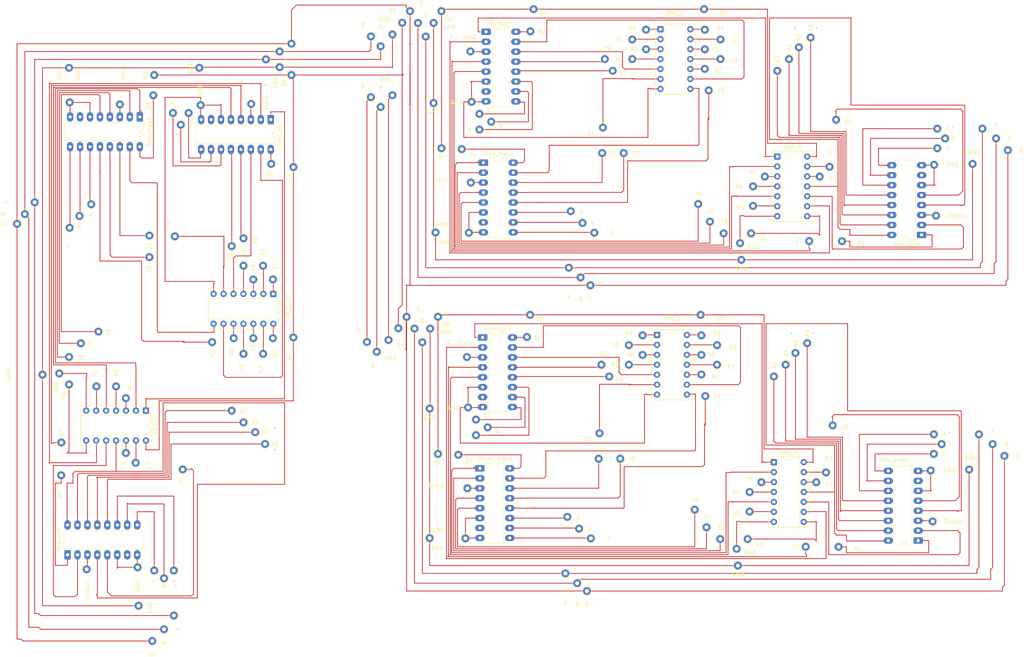
<source format=kicad_pcb>
(kicad_pcb (version 20241229) (generator "pcbnew") (generator_version "9.0")
  (layers (0 "F.Cu" signal) (2 "B.Cu" signal) (13 "F.Paste" user) (15 "B.Paste" user) (5 "F.SilkS" user "F.Silkscreen") (7 "B.SilkS" user "B.Silkscreen") (1 "F.Mask" user) (3 "B.Mask" user) (25 "Edge.Cuts" user))
  (net 0 "")
  (footprint "Connector_Pin:Pin_D1.0mm_L10.0mm" (layer "F.Cu") (at 206.12 147.31)
    (property "Reference" "Y7")
    (property "Value" "Pin_D1.0mm_L10.0mm" (hide yes))
  )
  (footprint "Connector_Pin:Pin_D1.0mm_L10.0mm" (layer "F.Cu") (at 70.23 158.345 90)
    (property "Reference" "A")
    (property "Value" "Pin_D1.0mm_L10.0mm" (hide yes))
  )
  (footprint "Connector_Pin:Pin_D1.0mm_L10.0mm" (layer "F.Cu") (at 120.5 22)
    (property "Reference" "B")
    (property "Value" "Pin_D1.0mm_L10.0mm" (hide yes))
  )
  (footprint "Connector_Pin:Pin_D1.0mm_L10.0mm" (layer "F.Cu") (at 263.81 145.81)
    (property "Reference" "Output")
    (property "Value" "Pin_D1.0mm_L10.0mm" (hide yes))
  )
  (footprint "Connector_Pin:Pin_D1.0mm_L10.0mm" (layer "F.Cu") (at 151.19 43.77)
    (property "Reference" "B")
    (property "Value" "Pin_D1.0mm_L10.0mm" (hide yes))
  )
  (footprint "Connector_Pin:Pin_D1.0mm_L10.0mm" (layer "F.Cu") (at 30.23 69.845 -90)
    (property "Reference" "C")
    (property "Value" "Pin_D1.0mm_L10.0mm" (hide yes))
  )
  (footprint "Connector_Pin:Pin_D1.0mm_L10.0mm" (layer "F.Cu") (at 58 114.345 -90)
    (property "Reference" "A4")
    (property "Value" "Pin_D1.0mm_L10.0mm" (hide yes))
  )
  (footprint "Connector_Pin:Pin_D1.0mm_L10.0mm" (layer "F.Cu") (at 135.62 96.58)
    (property "Reference" "GND")
    (property "Value" "Pin_D1.0mm_L10.0mm" (hide yes))
  )
  (footprint "Connector_Pin:Pin_D1.0mm_L10.0mm" (layer "F.Cu") (at 204.62 93.08)
    (property "Reference" "5V")
    (property "Value" "Pin_D1.0mm_L10.0mm" (hide yes))
  )
  (footprint "Connector_Pin:Pin_D1.0mm_L10.0mm" (layer "F.Cu") (at 187.19 27.77)
    (property "Reference" "A1")
    (property "Value" "Pin_D1.0mm_L10.0mm" (hide yes))
  )
  (footprint "Connector_Pin:Pin_D1.0mm_L10.0mm" (layer "F.Cu") (at 190.69 25.27)
    (property "Reference" "A0")
    (property "Value" "Pin_D1.0mm_L10.0mm" (hide yes))
  )
  (footprint "Connector_Pin:Pin_D1.0mm_L10.0mm" (layer "F.Cu") (at 97.23 25.845 -90)
    (property "Reference" "B")
    (property "Value" "Pin_D1.0mm_L10.0mm" (hide yes))
  )
  (footprint "Package_DIP:DIP-16_W7.62mm_LongPads" (layer "F.Cu") (at 148.31 132.265)
    (property "Reference" "Green_mask")
    (property "Value" "DIP-16_W7.62mm_LongPads" (hide yes))
  )
  (footprint "Connector_Pin:Pin_D1.0mm_L10.0mm" (layer "F.Cu") (at 70.5 73.035 -90)
    (property "Reference" "Y1")
    (property "Value" "Pin_D1.0mm_L10.0mm" (hide yes))
  )
  (footprint "Connector_Pin:Pin_D1.0mm_L10.0mm" (layer "F.Cu") (at 209.69 27.77)
    (property "Reference" "A3")
    (property "Value" "Pin_D1.0mm_L10.0mm" (hide yes))
  )
  (footprint "Connector_Pin:Pin_D1.0mm_L10.0mm" (layer "F.Cu") (at 65.23 31.845 -90)
    (property "Reference" "5V")
    (property "Value" "Pin_D1.0mm_L10.0mm" (hide yes))
  )
  (footprint "Connector_Pin:Pin_D1.0mm_L10.0mm" (layer "F.Cu") (at 185 51.77)
    (property "Reference" "Y0")
    (property "Value" "Pin_D1.0mm_L10.0mm" (hide yes))
  )
  (footprint "Connector_Pin:Pin_D1.0mm_L10.0mm" (layer "F.Cu") (at 184.12 129.81)
    (property "Reference" "Y0")
    (property "Value" "Pin_D1.0mm_L10.0mm" (hide yes))
  )
  (footprint "Package_DIP:DIP-14_W7.62mm_Socket" (layer "F.Cu") (at 223.31 130.695)
    (property "Reference" "AND_H")
    (property "Value" "DIP-14_W7.62mm_Socket" (hide yes))
  )
  (footprint "Connector_Pin:Pin_D1.0mm_L10.0mm" (layer "F.Cu") (at 74 41.535 -90)
    (property "Reference" "C")
    (property "Value" "Pin_D1.0mm_L10.0mm" (hide yes))
  )
  (footprint "Connector_Pin:Pin_D1.0mm_L10.0mm" (layer "F.Cu") (at 279.12 126.08)
    (property "Reference" "B")
    (property "Value" "Pin_D1.0mm_L10.0mm" (hide yes))
  )
  (footprint "Connector_Pin:Pin_D1.0mm_L10.0mm" (layer "F.Cu") (at 204.81 108.31)
    (property "Reference" "A2")
    (property "Value" "Pin_D1.0mm_L10.0mm" (hide yes))
  )
  (footprint "Connector_Pin:Pin_D1.0mm_L10.0mm" (layer "F.Cu") (at 72 44.535 -90)
    (property "Reference" "B")
    (property "Value" "Pin_D1.0mm_L10.0mm" (hide yes))
  )
  (footprint "Connector_Pin:Pin_D1.0mm_L10.0mm" (layer "F.Cu") (at 64 72.845 -90)
    (property "Reference" "Y1")
    (property "Value" "Pin_D1.0mm_L10.0mm" (hide yes))
  )
  (footprint "Connector_Pin:Pin_D1.0mm_L10.0mm" (layer "F.Cu") (at 80 100.035 -90)
    (property "Reference" "Y3")
    (property "Value" "Pin_D1.0mm_L10.0mm" (hide yes))
  )
  (footprint "Connector_Pin:Pin_D1.0mm_L10.0mm" (layer "F.Cu") (at 283 51.04)
    (property "Reference" "C")
    (property "Value" "Pin_D1.0mm_L10.0mm" (hide yes))
  )
  (footprint "Connector_Pin:Pin_D1.0mm_L10.0mm" (layer "F.Cu") (at 217.12 143.31)
    (property "Reference" "Y5")
    (property "Value" "Pin_D1.0mm_L10.0mm" (hide yes))
  )
  (footprint "Connector_Pin:Pin_D1.0mm_L10.0mm" (layer "F.Cu") (at 93.5 126.035 180)
    (property "Reference" "A3")
    (property "Value" "Pin_D1.0mm_L10.0mm" (hide yes))
  )
  (footprint "Connector_Pin:Pin_D1.0mm_L10.0mm" (layer "F.Cu") (at 145.31 116.735)
    (property "Reference" "GND")
    (property "Value" "Pin_D1.0mm_L10.0mm" (hide yes))
  )
  (footprint "Connector_Pin:Pin_D1.0mm_L10.0mm" (layer "F.Cu") (at 180.19 27.77)
    (property "Reference" "X0")
    (property "Value" "Pin_D1.0mm_L10.0mm" (hide yes))
  )
  (footprint "Connector_Pin:Pin_D1.0mm_L10.0mm" (layer "F.Cu") (at 273.12 132.58)
    (property "Reference" "GND")
    (property "Value" "Pin_D1.0mm_L10.0mm" (hide yes))
  )
  (footprint "Connector_Pin:Pin_D1.0mm_L10.0mm" (layer "F.Cu") (at 220.12 135.81)
    (property "Reference" "A4")
    (property "Value" "Pin_D1.0mm_L10.0mm" (hide yes))
  )
  (footprint "Connector_Pin:Pin_D1.0mm_L10.0mm" (layer "F.Cu") (at 41.535 125.655 -90)
    (property "Reference" "X7")
    (property "Value" "Pin_D1.0mm_L10.0mm" (hide yes))
  )
  (footprint "Connector_Pin:Pin_D1.0mm_L10.0mm" (layer "F.Cu") (at 232.69 22.27 -90)
    (property "Reference" "A3")
    (property "Value" "Pin_D1.0mm_L10.0mm" (hide yes))
  )
  (footprint "Connector_Pin:Pin_D1.0mm_L10.0mm" (layer "F.Cu") (at 93.73 27.845 -90)
    (property "Reference" "A")
    (property "Value" "Pin_D1.0mm_L10.0mm" (hide yes))
  )
  (footprint "Connector_Pin:Pin_D1.0mm_L10.0mm" (layer "F.Cu") (at 232.31 74.235)
    (property "Reference" "X7")
    (property "Value" "Pin_D1.0mm_L10.0mm" (hide yes))
  )
  (footprint "Connector_Pin:Pin_D1.0mm_L10.0mm" (layer "F.Cu") (at 90.5 84.035 -90)
    (property "Reference" "A0")
    (property "Value" "Pin_D1.0mm_L10.0mm" (hide yes))
  )
  (footprint "Connector_Pin:Pin_D1.0mm_L10.0mm" (layer "F.Cu") (at 189.81 103.31)
    (property "Reference" "A0")
    (property "Value" "Pin_D1.0mm_L10.0mm" (hide yes))
  )
  (footprint "Package_DIP:DIP-14_W7.62mm_Socket" (layer "F.Cu") (at 224.19 52.655)
    (property "Reference" "AND_H")
    (property "Value" "DIP-14_W7.62mm_Socket" (hide yes))
  )
  (footprint "Connector_Pin:Pin_D1.0mm_L10.0mm" (layer "F.Cu") (at 162 15.04)
    (property "Reference" "5V")
    (property "Value" "Pin_D1.0mm_L10.0mm" (hide yes))
  )
  (footprint "Connector_Pin:Pin_D1.0mm_L10.0mm" (layer "F.Cu") (at 264.69 67.77)
    (property "Reference" "Output")
    (property "Value" "Pin_D1.0mm_L10.0mm" (hide yes))
  )
  (footprint "Connector_Pin:Pin_D1.0mm_L10.0mm" (layer "F.Cu") (at 161.19 20.695)
    (property "Reference" "5V")
    (property "Value" "Pin_D1.0mm_L10.0mm" (hide yes))
  )
  (footprint "Connector_Pin:Pin_D1.0mm_L10.0mm" (layer "F.Cu") (at 145.88 25.805)
    (property "Reference" "Input")
    (property "Value" "Pin_D1.0mm_L10.0mm" (hide yes))
  )
  (footprint "Connector_Pin:Pin_D1.0mm_L10.0mm" (layer "F.Cu") (at 176.62 150.155)
    (property "Reference" "C")
    (property "Value" "Pin_D1.0mm_L10.0mm" (hide yes))
  )
  (footprint "Connector_Pin:Pin_D1.0mm_L10.0mm" (layer "F.Cu") (at 51 97.345 -90)
    (property "Reference" "Y5")
    (property "Value" "Pin_D1.0mm_L10.0mm" (hide yes))
  )
  (footprint "Connector_Pin:Pin_D1.0mm_L10.0mm" (layer "F.Cu") (at 179.31 105.81)
    (property "Reference" "X0")
    (property "Value" "Pin_D1.0mm_L10.0mm" (hide yes))
  )
  (footprint "Connector_Pin:Pin_D1.0mm_L10.0mm" (layer "F.Cu") (at 36.73 108.345 -90)
    (property "Reference" "GND")
    (property "Value" "Pin_D1.0mm_L10.0mm" (hide yes))
  )
  (footprint "Connector_Pin:Pin_D1.0mm_L10.0mm" (layer "F.Cu") (at 208.81 100.81)
    (property "Reference" "X3")
    (property "Value" "Pin_D1.0mm_L10.0mm" (hide yes))
  )
  (footprint "Connector_Pin:Pin_D1.0mm_L10.0mm" (layer "F.Cu") (at 55.5 111.345 -90)
    (property "Reference" "A5")
    (property "Value" "Pin_D1.0mm_L10.0mm" (hide yes))
  )
  (footprint "Connector_Pin:Pin_D1.0mm_L10.0mm" (layer "F.Cu") (at 129.62 93.58)
    (property "Reference" "C")
    (property "Value" "Pin_D1.0mm_L10.0mm" (hide yes))
  )
  (footprint "Connector_Pin:Pin_D1.0mm_L10.0mm" (layer "F.Cu") (at 203.12 142.81)
    (property "Reference" "Y5")
    (property "Value" "Pin_D1.0mm_L10.0mm" (hide yes))
  )
  (footprint "Connector_Pin:Pin_D1.0mm_L10.0mm" (layer "F.Cu") (at 131.62 96.58)
    (property "Reference" "B")
    (property "Value" "Pin_D1.0mm_L10.0mm" (hide yes))
  )
  (footprint "Connector_Pin:Pin_D1.0mm_L10.0mm" (layer "F.Cu") (at 264.12 123.58 180)
    (property "Reference" "A")
    (property "Value" "Pin_D1.0mm_L10.0mm" (hide yes))
  )
  (footprint "Connector_Pin:Pin_D1.0mm_L10.0mm" (layer "F.Cu") (at 173.12 161.58)
    (property "Reference" "B")
    (property "Value" "Pin_D1.0mm_L10.0mm" (hide yes))
  )
  (footprint "Connector_Pin:Pin_D1.0mm_L10.0mm" (layer "F.Cu") (at 205.81 113.81)
    (property "Reference" "Y3")
    (property "Value" "Pin_D1.0mm_L10.0mm" (hide yes))
  )
  (footprint "Connector_Pin:Pin_D1.0mm_L10.0mm" (layer "F.Cu") (at 126 37)
    (property "Reference" "GND")
    (property "Value" "Pin_D1.0mm_L10.0mm" (hide yes))
  )
  (footprint "Connector_Pin:Pin_D1.0mm_L10.0mm" (layer "F.Cu") (at 137.62 93.58)
    (property "Reference" "5V")
    (property "Value" "Pin_D1.0mm_L10.0mm" (hide yes))
  )
  (footprint "Package_DIP:DIP-14_W7.62mm_Socket" (layer "F.Cu") (at 193.5 98.195)
    (property "Reference" "AND_L")
    (property "Value" "DIP-14_W7.62mm_Socket" (hide yes))
  )
  (footprint "Connector_Pin:Pin_D1.0mm_L10.0mm" (layer "F.Cu") (at 136.5 39)
    (property "Reference" "GND")
    (property "Value" "Pin_D1.0mm_L10.0mm" (hide yes))
  )
  (footprint "Connector_Pin:Pin_D1.0mm_L10.0mm" (layer "F.Cu") (at 275.62 123.58)
    (property "Reference" "A")
    (property "Value" "Pin_D1.0mm_L10.0mm" (hide yes))
  )
  (footprint "Package_DIP:DIP-16_W7.62mm_LongPads" (layer "F.Cu") (at 94.965 43.225 -90)
    (property "Reference" "Red_pix")
    (property "Value" "DIP-16_W7.62mm_LongPads" (hide yes))
  )
  (footprint "Connector_Pin:Pin_D1.0mm_L10.0mm" (layer "F.Cu") (at 204.81 98.31)
    (property "Reference" "5V")
    (property "Value" "Pin_D1.0mm_L10.0mm" (hide yes))
  )
  (footprint "Connector_Pin:Pin_D1.0mm_L10.0mm" (layer "F.Cu") (at 190.69 20.27)
    (property "Reference" "X0")
    (property "Value" "Pin_D1.0mm_L10.0mm" (hide yes))
  )
  (footprint "Connector_Pin:Pin_D1.0mm_L10.0mm" (layer "F.Cu") (at 186.31 105.81)
    (property "Reference" "A1")
    (property "Value" "Pin_D1.0mm_L10.0mm" (hide yes))
  )
  (footprint "Connector_Pin:Pin_D1.0mm_L10.0mm" (layer "F.Cu") (at 267 48.04 180)
    (property "Reference" "B")
    (property "Value" "Pin_D1.0mm_L10.0mm" (hide yes))
  )
  (footprint "Connector_Pin:Pin_D1.0mm_L10.0mm" (layer "F.Cu") (at 224.19 30.77 -90)
    (property "Reference" "A2")
    (property "Value" "Pin_D1.0mm_L10.0mm" (hide yes))
  )
  (footprint "Connector_Pin:Pin_D1.0mm_L10.0mm" (layer "F.Cu") (at 65.23 158.345 90)
    (property "Reference" "C")
    (property "Value" "Pin_D1.0mm_L10.0mm" (hide yes))
  )
  (footprint "Connector_Pin:Pin_D1.0mm_L10.0mm" (layer "F.Cu") (at 145.12 137.345)
    (property "Reference" "Input")
    (property "Value" "Pin_D1.0mm_L10.0mm" (hide yes))
  )
  (footprint "Connector_Pin:Pin_D1.0mm_L10.0mm" (layer "F.Cu") (at 204 64.77)
    (property "Reference" "Y5")
    (property "Value" "Pin_D1.0mm_L10.0mm" (hide yes))
  )
  (footprint "Connector_Pin:Pin_D1.0mm_L10.0mm" (layer "F.Cu") (at 173.62 147.655)
    (property "Reference" "B")
    (property "Value" "Pin_D1.0mm_L10.0mm" (hide yes))
  )
  (footprint "Connector_Pin:Pin_D1.0mm_L10.0mm" (layer "F.Cu") (at 136.5 18.54)
    (property "Reference" "GND")
    (property "Value" "Pin_D1.0mm_L10.0mm" (hide yes))
  )
  (footprint "Connector_Pin:Pin_D1.0mm_L10.0mm" (layer "F.Cu") (at 95.5 84.035 -90)
    (property "Reference" "X0")
    (property "Value" "Pin_D1.0mm_L10.0mm" (hide yes))
  )
  (footprint "Connector_Pin:Pin_D1.0mm_L10.0mm" (layer "F.Cu") (at 122 102.5)
    (property "Reference" "A")
    (property "Value" "Pin_D1.0mm_L10.0mm" (hide yes))
  )
  (footprint "Package_DIP:DIP-16_W7.62mm_LongPads" (layer "F.Cu") (at 261 72.66 180)
    (property "Reference" "New_blue")
    (property "Value" "DIP-16_W7.62mm_LongPads" (hide yes))
  )
  (footprint "Connector_Pin:Pin_D1.0mm_L10.0mm" (layer "F.Cu") (at 128.5 18.5)
    (property "Reference" "5V")
    (property "Value" "Pin_D1.0mm_L10.0mm" (hide yes))
  )
  (footprint "Connector_Pin:Pin_D1.0mm_L10.0mm" (layer "F.Cu") (at 182.19 30.77)
    (property "Reference" "X3")
    (property "Value" "Pin_D1.0mm_L10.0mm" (hide yes))
  )
  (footprint "Connector_Pin:Pin_D1.0mm_L10.0mm" (layer "F.Cu") (at 187.19 22.77)
    (property "Reference" "Y0")
    (property "Value" "Pin_D1.0mm_L10.0mm" (hide yes))
  )
  (footprint "Connector_Pin:Pin_D1.0mm_L10.0mm" (layer "F.Cu") (at 161.12 93.08)
    (property "Reference" "5V")
    (property "Value" "Pin_D1.0mm_L10.0mm" (hide yes))
  )
  (footprint "Connector_Pin:Pin_D1.0mm_L10.0mm" (layer "F.Cu") (at 234.12 135.81)
    (property "Reference" "Y7")
    (property "Value" "Pin_D1.0mm_L10.0mm" (hide yes))
  )
  (footprint "Connector_Pin:Pin_D1.0mm_L10.0mm" (layer "F.Cu") (at 171.5 66.615)
    (property "Reference" "A")
    (property "Value" "Pin_D1.0mm_L10.0mm" (hide yes))
  )
  (footprint "Connector_Pin:Pin_D1.0mm_L10.0mm" (layer "F.Cu") (at 181.31 108.81)
    (property "Reference" "X3")
    (property "Value" "Pin_D1.0mm_L10.0mm" (hide yes))
  )
  (footprint "Connector_Pin:Pin_D1.0mm_L10.0mm" (layer "F.Cu") (at 137.62 128.58)
    (property "Reference" "5V")
    (property "Value" "Pin_D1.0mm_L10.0mm" (hide yes))
  )
  (footprint "Connector_Pin:Pin_D1.0mm_L10.0mm" (layer "F.Cu") (at 208.81 105.81)
    (property "Reference" "A3")
    (property "Value" "Pin_D1.0mm_L10.0mm" (hide yes))
  )
  (footprint "Connector_Pin:Pin_D1.0mm_L10.0mm" (layer "F.Cu") (at 50.5 111.345 -90)
    (property "Reference" "Y5")
    (property "Value" "Pin_D1.0mm_L10.0mm" (hide yes))
  )
  (footprint "Connector_Pin:Pin_D1.0mm_L10.0mm" (layer "F.Cu") (at 90.5 99.035 -90)
    (property "Reference" "Y3")
    (property "Value" "Pin_D1.0mm_L10.0mm" (hide yes))
  )
  (footprint "Connector_Pin:Pin_D1.0mm_L10.0mm" (layer "F.Cu") (at 125 99.5)
    (property "Reference" "GND")
    (property "Value" "Pin_D1.0mm_L10.0mm" (hide yes))
  )
  (footprint "Connector_Pin:Pin_D1.0mm_L10.0mm" (layer "F.Cu") (at 88 103.035 -90)
    (property "Reference" "A3")
    (property "Value" "Pin_D1.0mm_L10.0mm" (hide yes))
  )
  (footprint "Connector_Pin:Pin_D1.0mm_L10.0mm" (layer "F.Cu") (at 88 73.535 -90)
    (property "Reference" "X0")
    (property "Value" "Pin_D1.0mm_L10.0mm" (hide yes))
  )
  (footprint "Connector_Pin:Pin_D1.0mm_L10.0mm" (layer "F.Cu") (at 209.62 150.31)
    (property "Reference" "Y6")
    (property "Value" "Pin_D1.0mm_L10.0mm" (hide yes))
  )
  (footprint "Connector_Pin:Pin_D1.0mm_L10.0mm" (layer "F.Cu") (at 43.655 38.845 -90)
    (property "Reference" "GND")
    (property "Value" "Pin_D1.0mm_L10.0mm" (hide yes))
  )
  (footprint "Connector_Pin:Pin_D1.0mm_L10.0mm" (layer "F.Cu") (at 179.5 51.77)
    (property "Reference" "Y1")
    (property "Value" "Pin_D1.0mm_L10.0mm" (hide yes))
  )
  (footprint "Connector_Pin:Pin_D1.0mm_L10.0mm" (layer "F.Cu") (at 123 24.5)
    (property "Reference" "A")
    (property "Value" "Pin_D1.0mm_L10.0mm" (hide yes))
  )
  (footprint "Connector_Pin:Pin_D1.0mm_L10.0mm" (layer "F.Cu") (at 205.5 15.04)
    (property "Reference" "5V")
    (property "Value" "Pin_D1.0mm_L10.0mm" (hide yes))
  )
  (footprint "Package_DIP:DIP-14_W7.62mm_Socket" (layer "F.Cu") (at 95.615 87.725 -90)
    (property "Reference" "AND_L")
    (property "Value" "DIP-14_W7.62mm_Socket" (hide yes))
  )
  (footprint "Connector_Pin:Pin_D1.0mm_L10.0mm" (layer "F.Cu") (at 189.81 98.31)
    (property "Reference" "X0")
    (property "Value" "Pin_D1.0mm_L10.0mm" (hide yes))
  )
  (footprint "Connector_Pin:Pin_D1.0mm_L10.0mm" (layer "F.Cu") (at 282.12 129.08)
    (property "Reference" "C")
    (property "Value" "Pin_D1.0mm_L10.0mm" (hide yes))
  )
  (footprint "Connector_Pin:Pin_D1.0mm_L10.0mm" (layer "F.Cu") (at 138.5 50.54)
    (property "Reference" "5V")
    (property "Value" "Pin_D1.0mm_L10.0mm" (hide yes))
  )
  (footprint "Package_DIP:DIP-16_W7.62mm_LongPads" (layer "F.Cu") (at 61.545 42.535 -90)
    (property "Reference" "Red_mask")
    (property "Value" "DIP-16_W7.62mm_LongPads" (hide yes))
  )
  (footprint "Connector_Pin:Pin_D1.0mm_L10.0mm" (layer "F.Cu") (at 123 40)
    (property "Reference" "A")
    (property "Value" "Pin_D1.0mm_L10.0mm" (hide yes))
  )
  (footprint "Package_DIP:DIP-14_W7.62mm_Socket" (layer "F.Cu") (at 63.115 117.535 -90)
    (property "Reference" "AND_H")
    (property "Value" "DIP-14_W7.62mm_Socket" (hide yes))
  )
  (footprint "Connector_Pin:Pin_D1.0mm_L10.0mm" (layer "F.Cu") (at 274 54.54)
    (property "Reference" "GND")
    (property "Value" "Pin_D1.0mm_L10.0mm" (hide yes))
  )
  (footprint "Connector_Pin:Pin_D1.0mm_L10.0mm" (layer "F.Cu") (at 239.19 43.27)
    (property "Reference" "A5")
    (property "Value" "Pin_D1.0mm_L10.0mm" (hide yes))
  )
  (footprint "Connector_Pin:Pin_D1.0mm_L10.0mm" (layer "F.Cu") (at 209.69 22.77)
    (property "Reference" "X3")
    (property "Value" "Pin_D1.0mm_L10.0mm" (hide yes))
  )
  (footprint "Connector_Pin:Pin_D1.0mm_L10.0mm" (layer "F.Cu") (at 100.73 98.845 -90)
    (property "Reference" "5V")
    (property "Value" "Pin_D1.0mm_L10.0mm" (hide yes))
  )
  (footprint "Connector_Pin:Pin_D1.0mm_L10.0mm" (layer "F.Cu") (at 95.5 99.035 -90)
    (property "Reference" "5V")
    (property "Value" "Pin_D1.0mm_L10.0mm" (hide yes))
  )
  (footprint "Connector_Pin:Pin_D1.0mm_L10.0mm" (layer "F.Cu") (at 146 59.305)
    (property "Reference" "Input")
    (property "Value" "Pin_D1.0mm_L10.0mm" (hide yes))
  )
  (footprint "Connector_Pin:Pin_D1.0mm_L10.0mm" (layer "F.Cu") (at 88 120.535 180)
    (property "Reference" "A1")
    (property "Value" "Pin_D1.0mm_L10.0mm" (hide yes))
  )
  (footprint "Connector_Pin:Pin_D1.0mm_L10.0mm" (layer "F.Cu") (at 60.5 130.845 -90)
    (property "Reference" "X7")
    (property "Value" "Pin_D1.0mm_L10.0mm" (hide yes))
  )
  (footprint "Connector_Pin:Pin_D1.0mm_L10.0mm" (layer "F.Cu") (at 171 81.04)
    (property "Reference" "A")
    (property "Value" "Pin_D1.0mm_L10.0mm" (hide yes))
  )
  (footprint "Connector_Pin:Pin_D1.0mm_L10.0mm" (layer "F.Cu") (at 238.31 121.31)
    (property "Reference" "A5")
    (property "Value" "Pin_D1.0mm_L10.0mm" (hide yes))
  )
  (footprint "Connector_Pin:Pin_D1.0mm_L10.0mm" (layer "F.Cu") (at 174 83.54)
    (property "Reference" "B")
    (property "Value" "Pin_D1.0mm_L10.0mm" (hide yes))
  )
  (footprint "Connector_Pin:Pin_D1.0mm_L10.0mm" (layer "F.Cu") (at 61.23 167.345 -90)
    (property "Reference" "GND")
    (property "Value" "Pin_D1.0mm_L10.0mm" (hide yes))
  )
  (footprint "Connector_Pin:Pin_D1.0mm_L10.0mm" (layer "F.Cu") (at 178.62 129.81)
    (property "Reference" "Y1")
    (property "Value" "Pin_D1.0mm_L10.0mm" (hide yes))
  )
  (footprint "Connector_Pin:Pin_D1.0mm_L10.0mm" (layer "F.Cu") (at 179.69 45.27)
    (property "Reference" "Y1")
    (property "Value" "Pin_D1.0mm_L10.0mm" (hide yes))
  )
  (footprint "Connector_Pin:Pin_D1.0mm_L10.0mm" (layer "F.Cu") (at 130.5 15.54)
    (property "Reference" "C")
    (property "Value" "Pin_D1.0mm_L10.0mm" (hide yes))
  )
  (footprint "Connector_Pin:Pin_D1.0mm_L10.0mm" (layer "F.Cu") (at 137 72.04)
    (property "Reference" "GND")
    (property "Value" "Pin_D1.0mm_L10.0mm" (hide yes))
  )
  (footprint "Connector_Pin:Pin_D1.0mm_L10.0mm" (layer "F.Cu") (at 126 21.5)
    (property "Reference" "GND")
    (property "Value" "Pin_D1.0mm_L10.0mm" (hide yes))
  )
  (footprint "Connector_Pin:Pin_D1.0mm_L10.0mm" (layer "F.Cu") (at 205.69 30.27)
    (property "Reference" "A2")
    (property "Value" "Pin_D1.0mm_L10.0mm" (hide yes))
  )
  (footprint "Connector_Pin:Pin_D1.0mm_L10.0mm" (layer "F.Cu") (at 93 103.035 -90)
    (property "Reference" "X3")
    (property "Value" "Pin_D1.0mm_L10.0mm" (hide yes))
  )
  (footprint "Connector_Pin:Pin_D1.0mm_L10.0mm" (layer "F.Cu") (at 204.81 103.31)
    (property "Reference" "Y3")
    (property "Value" "Pin_D1.0mm_L10.0mm" (hide yes))
  )
  (footprint "Connector_Pin:Pin_D1.0mm_L10.0mm" (layer "F.Cu") (at 226.31 105.81 -90)
    (property "Reference" "A1")
    (property "Value" "Pin_D1.0mm_L10.0mm" (hide yes))
  )
  (footprint "Connector_Pin:Pin_D1.0mm_L10.0mm" (layer "F.Cu") (at 218 60.27)
    (property "Reference" "A5")
    (property "Value" "Pin_D1.0mm_L10.0mm" (hide yes))
  )
  (footprint "Connector_Pin:Pin_D1.0mm_L10.0mm" (layer "F.Cu") (at 89.965 39.225 -90)
    (property "Reference" "Input")
    (property "Value" "Pin_D1.0mm_L10.0mm" (hide yes))
  )
  (footprint "Connector_Pin:Pin_D1.0mm_L10.0mm" (layer "F.Cu") (at 227.19 27.77 -90)
    (property "Reference" "A1")
    (property "Value" "Pin_D1.0mm_L10.0mm" (hide yes))
  )
  (footprint "Connector_Pin:Pin_D1.0mm_L10.0mm" (layer "F.Cu") (at 43.5 103.845 -90)
    (property "Reference" "Y6")
    (property "Value" "Pin_D1.0mm_L10.0mm" (hide yes))
  )
  (footprint "Connector_Pin:Pin_D1.0mm_L10.0mm" (layer "F.Cu") (at 237.5 55.27)
    (property "Reference" "X7")
    (property "Value" "Pin_D1.0mm_L10.0mm" (hide yes))
  )
  (footprint "Connector_Pin:Pin_D1.0mm_L10.0mm" (layer "F.Cu") (at 77.075 39.535 -90)
    (property "Reference" "GND")
    (property "Value" "Pin_D1.0mm_L10.0mm" (hide yes))
  )
  (footprint "Package_DIP:DIP-16_W7.62mm_LongPads" (layer "F.Cu") (at 260.12 150.7 180)
    (property "Reference" "New_green")
    (property "Value" "DIP-16_W7.62mm_LongPads" (hide yes))
  )
  (footprint "Connector_Pin:Pin_D1.0mm_L10.0mm" (layer "F.Cu") (at 264.12 128.58 180)
    (property "Reference" "C")
    (property "Value" "Pin_D1.0mm_L10.0mm" (hide yes))
  )
  (footprint "Connector_Pin:Pin_D1.0mm_L10.0mm" (layer "F.Cu") (at 229.69 24.77 -90)
    (property "Reference" "A0")
    (property "Value" "Pin_D1.0mm_L10.0mm" (hide yes))
  )
  (footprint "Connector_Pin:Pin_D1.0mm_L10.0mm" (layer "F.Cu") (at 223.31 108.81 -90)
    (property "Reference" "A2")
    (property "Value" "Pin_D1.0mm_L10.0mm" (hide yes))
  )
  (footprint "Connector_Pin:Pin_D1.0mm_L10.0mm" (layer "F.Cu") (at 43.655 70.845 -90)
    (property "Reference" "C")
    (property "Value" "Pin_D1.0mm_L10.0mm" (hide yes))
  )
  (footprint "Connector_Pin:Pin_D1.0mm_L10.0mm" (layer "F.Cu") (at 127.5 96.5)
    (property "Reference" "5V")
    (property "Value" "Pin_D1.0mm_L10.0mm" (hide yes))
  )
  (footprint "Connector_Pin:Pin_D1.0mm_L10.0mm" (layer "F.Cu") (at 145 103.845)
    (property "Reference" "Input")
    (property "Value" "Pin_D1.0mm_L10.0mm" (hide yes))
  )
  (footprint "Connector_Pin:Pin_D1.0mm_L10.0mm" (layer "F.Cu") (at 46.155 67.845 -90)
    (property "Reference" "B")
    (property "Value" "Pin_D1.0mm_L10.0mm" (hide yes))
  )
  (footprint "Connector_Pin:Pin_D1.0mm_L10.0mm" (layer "F.Cu") (at 76.73 30 -90)
    (property "Reference" "GND")
    (property "Value" "Pin_D1.0mm_L10.0mm" (hide yes))
  )
  (footprint "Connector_Pin:Pin_D1.0mm_L10.0mm" (layer "F.Cu") (at 160.31 98.735)
    (property "Reference" "5V")
    (property "Value" "Pin_D1.0mm_L10.0mm" (hide yes))
  )
  (footprint "Connector_Pin:Pin_D1.0mm_L10.0mm" (layer "F.Cu") (at 70 41.535 -90)
    (property "Reference" "A")
    (property "Value" "Pin_D1.0mm_L10.0mm" (hide yes))
  )
  (footprint "Connector_Pin:Pin_D1.0mm_L10.0mm" (layer "F.Cu") (at 205.69 20.27)
    (property "Reference" "5V")
    (property "Value" "Pin_D1.0mm_L10.0mm" (hide yes))
  )
  (footprint "Connector_Pin:Pin_D1.0mm_L10.0mm" (layer "F.Cu") (at 263.31 132.81)
    (property "Reference" "GND")
    (property "Value" "Pin_D1.0mm_L10.0mm" (hide yes))
  )
  (footprint "Connector_Pin:Pin_D1.0mm_L10.0mm" (layer "F.Cu") (at 100.23 23.845 -90)
    (property "Reference" "C")
    (property "Value" "Pin_D1.0mm_L10.0mm" (hide yes))
  )
  (footprint "Connector_Pin:Pin_D1.0mm_L10.0mm" (layer "F.Cu") (at 135.5 150.08)
    (property "Reference" "GND")
    (property "Value" "Pin_D1.0mm_L10.0mm" (hide yes))
  )
  (footprint "Connector_Pin:Pin_D1.0mm_L10.0mm" (layer "F.Cu") (at 93 80.535 -90)
    (property "Reference" "Y0")
    (property "Value" "Pin_D1.0mm_L10.0mm" (hide yes))
  )
  (footprint "Connector_Pin:Pin_D1.0mm_L10.0mm" (layer "F.Cu") (at 215 79.04)
    (property "Reference" "GND")
    (property "Value" "Pin_D1.0mm_L10.0mm" (hide yes))
  )
  (footprint "Connector_Pin:Pin_D1.0mm_L10.0mm" (layer "F.Cu") (at 100.23 31.845 -90)
    (property "Reference" "5V")
    (property "Value" "Pin_D1.0mm_L10.0mm" (hide yes))
  )
  (footprint "Connector_Pin:Pin_D1.0mm_L10.0mm" (layer "F.Cu") (at 46.5 100.345 -90)
    (property "Reference" "Y7")
    (property "Value" "Pin_D1.0mm_L10.0mm" (hide yes))
  )
  (footprint "Connector_Pin:Pin_D1.0mm_L10.0mm" (layer "F.Cu") (at 67.73 173.345 -90)
    (property "Reference" "B")
    (property "Value" "Pin_D1.0mm_L10.0mm" (hide yes))
  )
  (footprint "Connector_Pin:Pin_D1.0mm_L10.0mm" (layer "F.Cu") (at 280 48.04)
    (property "Reference" "B")
    (property "Value" "Pin_D1.0mm_L10.0mm" (hide yes))
  )
  (footprint "Connector_Pin:Pin_D1.0mm_L10.0mm" (layer "F.Cu") (at 144.62 150.155)
    (property "Reference" "GND")
    (property "Value" "Pin_D1.0mm_L10.0mm" (hide yes))
  )
  (footprint "Connector_Pin:Pin_D1.0mm_L10.0mm" (layer "F.Cu") (at 43.5 30 -90)
    (property "Reference" "GND")
    (property "Value" "Pin_D1.0mm_L10.0mm" (hide yes))
  )
  (footprint "Connector_Pin:Pin_D1.0mm_L10.0mm" (layer "F.Cu") (at 228.81 102.81 -90)
    (property "Reference" "A0")
    (property "Value" "Pin_D1.0mm_L10.0mm" (hide yes))
  )
  (footprint "Package_DIP:DIP-16_W7.62mm_LongPads" (layer "F.Cu") (at 149 98.845)
    (property "Reference" "Green_pix")
    (property "Value" "DIP-16_W7.62mm_LongPads" (hide yes))
  )
  (footprint "Connector_Pin:Pin_D1.0mm_L10.0mm" (layer "F.Cu") (at 58 128.345 -90)
    (property "Reference" "Y7")
    (property "Value" "Pin_D1.0mm_L10.0mm" (hide yes))
  )
  (footprint "Connector_Pin:Pin_D1.0mm_L10.0mm" (layer "F.Cu") (at 64.73 176.345 -90)
    (property "Reference" "C")
    (property "Value" "Pin_D1.0mm_L10.0mm" (hide yes))
  )
  (footprint "Connector_Pin:Pin_D1.0mm_L10.0mm" (layer "F.Cu") (at 231.81 100.31 -90)
    (property "Reference" "A3")
    (property "Value" "Pin_D1.0mm_L10.0mm" (hide yes))
  )
  (footprint "Connector_Pin:Pin_D1.0mm_L10.0mm" (layer "F.Cu") (at 217.12 138.31)
    (property "Reference" "A5")
    (property "Value" "Pin_D1.0mm_L10.0mm" (hide yes))
  )
  (footprint "Connector_Pin:Pin_D1.0mm_L10.0mm" (layer "F.Cu") (at 100.73 55.345 -90)
    (property "Reference" "5V")
    (property "Value" "Pin_D1.0mm_L10.0mm" (hide yes))
  )
  (footprint "Connector_Pin:Pin_D1.0mm_L10.0mm" (layer "F.Cu") (at 34.73 64.345 -90)
    (property "Reference" "A")
    (property "Value" "Pin_D1.0mm_L10.0mm" (hide yes))
  )
  (footprint "Connector_Pin:Pin_D1.0mm_L10.0mm" (layer "F.Cu") (at 120.5 37.5)
    (property "Reference" "B")
    (property "Value" "Pin_D1.0mm_L10.0mm" (hide yes))
  )
  (footprint "Connector_Pin:Pin_D1.0mm_L10.0mm" (layer "F.Cu") (at 176.5 85.54)
    (property "Reference" "C")
    (property "Value" "Pin_D1.0mm_L10.0mm" (hide yes))
  )
  (footprint "Connector_Pin:Pin_D1.0mm_L10.0mm" (layer "F.Cu") (at 134.5 22.04)
    (property "Reference" "A")
    (property "Value" "Pin_D1.0mm_L10.0mm" (hide yes))
  )
  (footprint "Connector_Pin:Pin_D1.0mm_L10.0mm" (layer "F.Cu") (at 205.69 25.27)
    (property "Reference" "Y3")
    (property "Value" "Pin_D1.0mm_L10.0mm" (hide yes))
  )
  (footprint "Connector_Pin:Pin_D1.0mm_L10.0mm" (layer "F.Cu") (at 206.69 35.77)
    (property "Reference" "Y3")
    (property "Value" "Pin_D1.0mm_L10.0mm" (hide yes))
  )
  (footprint "Connector_Pin:Pin_D1.0mm_L10.0mm" (layer "F.Cu") (at 207 69.27)
    (property "Reference" "Y7")
    (property "Value" "Pin_D1.0mm_L10.0mm" (hide yes))
  )
  (footprint "Connector_Pin:Pin_D1.0mm_L10.0mm" (layer "F.Cu") (at 85 117.535 180)
    (property "Reference" "A2")
    (property "Value" "Pin_D1.0mm_L10.0mm" (hide yes))
  )
  (footprint "Connector_Pin:Pin_D1.0mm_L10.0mm" (layer "F.Cu") (at 148.19 41.77)
    (property "Reference" "C")
    (property "Value" "Pin_D1.0mm_L10.0mm" (hide yes))
  )
  (footprint "Connector_Pin:Pin_D1.0mm_L10.0mm" (layer "F.Cu") (at 264.19 54.77)
    (property "Reference" "GND")
    (property "Value" "Pin_D1.0mm_L10.0mm" (hide yes))
  )
  (footprint "Connector_Pin:Pin_D1.0mm_L10.0mm" (layer "F.Cu") (at 177.5 72.115)
    (property "Reference" "C")
    (property "Value" "Pin_D1.0mm_L10.0mm" (hide yes))
  )
  (footprint "Connector_Pin:Pin_D1.0mm_L10.0mm" (layer "F.Cu") (at 218 65.27)
    (property "Reference" "Y5")
    (property "Value" "Pin_D1.0mm_L10.0mm" (hide yes))
  )
  (footprint "Connector_Pin:Pin_D1.0mm_L10.0mm" (layer "F.Cu") (at 95.075 54.535 -90)
    (property "Reference" "5V")
    (property "Value" "Pin_D1.0mm_L10.0mm" (hide yes))
  )
  (footprint "Connector_Pin:Pin_D1.0mm_L10.0mm" (layer "F.Cu") (at 72.5 132.535 -90)
    (property "Reference" "A5")
    (property "Value" "Pin_D1.0mm_L10.0mm" (hide yes))
  )
  (footprint "Connector_Pin:Pin_D1.0mm_L10.0mm" (layer "F.Cu") (at 276.5 45.54)
    (property "Reference" "A")
    (property "Value" "Pin_D1.0mm_L10.0mm" (hide yes))
  )
  (footprint "Connector_Pin:Pin_D1.0mm_L10.0mm" (layer "F.Cu") (at 64 78.345 -90)
    (property "Reference" "Y0")
    (property "Value" "Pin_D1.0mm_L10.0mm" (hide yes))
  )
  (footprint "Connector_Pin:Pin_D1.0mm_L10.0mm" (layer "F.Cu") (at 41 108.035 -90)
    (property "Reference" "GND")
    (property "Value" "Pin_D1.0mm_L10.0mm" (hide yes))
  )
  (footprint "Connector_Pin:Pin_D1.0mm_L10.0mm" (layer "F.Cu") (at 216.62 150.31)
    (property "Reference" "Y6")
    (property "Value" "Pin_D1.0mm_L10.0mm" (hide yes))
  )
  (footprint "Connector_Pin:Pin_D1.0mm_L10.0mm" (layer "F.Cu") (at 85.5 99.035 -90)
    (property "Reference" "A2")
    (property "Value" "Pin_D1.0mm_L10.0mm" (hide yes))
  )
  (footprint "Connector_Pin:Pin_D1.0mm_L10.0mm" (layer "F.Cu") (at 143.69 50.77)
    (property "Reference" "5V")
    (property "Value" "Pin_D1.0mm_L10.0mm" (hide yes))
  )
  (footprint "Connector_Pin:Pin_D1.0mm_L10.0mm" (layer "F.Cu") (at 85 75.535 -90)
    (property "Reference" "X3")
    (property "Value" "Pin_D1.0mm_L10.0mm" (hide yes))
  )
  (footprint "Connector_Pin:Pin_D1.0mm_L10.0mm" (layer "F.Cu") (at 174.5 69.615)
    (property "Reference" "B")
    (property "Value" "Pin_D1.0mm_L10.0mm" (hide yes))
  )
  (footprint "Connector_Pin:Pin_D1.0mm_L10.0mm" (layer "F.Cu") (at 32.23 67.345 -90)
    (property "Reference" "B")
    (property "Value" "Pin_D1.0mm_L10.0mm" (hide yes))
  )
  (footprint "Connector_Pin:Pin_D1.0mm_L10.0mm" (layer "F.Cu") (at 88 80.535 -90)
    (property "Reference" "A1")
    (property "Value" "Pin_D1.0mm_L10.0mm" (hide yes))
  )
  (footprint "Connector_Pin:Pin_D1.0mm_L10.0mm" (layer "F.Cu") (at 145.5 72.115)
    (property "Reference" "GND")
    (property "Value" "Pin_D1.0mm_L10.0mm" (hide yes))
  )
  (footprint "Connector_Pin:Pin_D1.0mm_L10.0mm" (layer "F.Cu") (at 97.23 29.845 -90)
    (property "Reference" "GND")
    (property "Value" "Pin_D1.0mm_L10.0mm" (hide yes))
  )
  (footprint "Connector_Pin:Pin_D1.0mm_L10.0mm" (layer "F.Cu") (at 147.31 119.81)
    (property "Reference" "C")
    (property "Value" "Pin_D1.0mm_L10.0mm" (hide yes))
  )
  (footprint "Connector_Pin:Pin_D1.0mm_L10.0mm" (layer "F.Cu") (at 61 157.535 -90)
    (property "Reference" "GND")
    (property "Value" "Pin_D1.0mm_L10.0mm" (hide yes))
  )
  (footprint "Connector_Pin:Pin_D1.0mm_L10.0mm" (layer "F.Cu") (at 239.81 152.31)
    (property "Reference" "A4")
    (property "Value" "Pin_D1.0mm_L10.0mm" (hide yes))
  )
  (footprint "Package_DIP:DIP-16_W7.62mm_LongPads" (layer "F.Cu") (at 149.19 54.225)
    (property "Reference" "Blue_mask")
    (property "Value" "DIP-16_W7.62mm_LongPads" (hide yes))
  )
  (footprint "Connector_Pin:Pin_D1.0mm_L10.0mm" (layer "F.Cu") (at 170.12 159.08)
    (property "Reference" "A")
    (property "Value" "Pin_D1.0mm_L10.0mm" (hide yes))
  )
  (footprint "Connector_Pin:Pin_D1.0mm_L10.0mm" (layer "F.Cu") (at 49.155 64.845 -90)
    (property "Reference" "A")
    (property "Value" "Pin_D1.0mm_L10.0mm" (hide yes))
  )
  (footprint "Connector_Pin:Pin_D1.0mm_L10.0mm" (layer "F.Cu") (at 210.5 72.27)
    (property "Reference" "Y6")
    (property "Value" "Pin_D1.0mm_L10.0mm" (hide yes))
  )
  (footprint "Package_DIP:DIP-14_W7.62mm_Socket" (layer "F.Cu") (at 194.38 20.155)
    (property "Reference" "AND_L")
    (property "Value" "DIP-14_W7.62mm_Socket" (hide yes))
  )
  (footprint "Connector_Pin:Pin_D1.0mm_L10.0mm" (layer "F.Cu") (at 231.43 152.275)
    (property "Reference" "X7")
    (property "Value" "Pin_D1.0mm_L10.0mm" (hide yes))
  )
  (footprint "Connector_Pin:Pin_D1.0mm_L10.0mm" (layer "F.Cu") (at 65 37.035 -90)
    (property "Reference" "5V")
    (property "Value" "Pin_D1.0mm_L10.0mm" (hide yes))
  )
  (footprint "Connector_Pin:Pin_D1.0mm_L10.0mm" (layer "F.Cu") (at 133.62 100.08)
    (property "Reference" "A")
    (property "Value" "Pin_D1.0mm_L10.0mm" (hide yes))
  )
  (footprint "Connector_Pin:Pin_D1.0mm_L10.0mm" (layer "F.Cu") (at 186.31 100.81)
    (property "Reference" "Y0")
    (property "Value" "Pin_D1.0mm_L10.0mm" (hide yes))
  )
  (footprint "Connector_Pin:Pin_D1.0mm_L10.0mm" (layer "F.Cu") (at 147.31 123.81)
    (property "Reference" "A")
    (property "Value" "Pin_D1.0mm_L10.0mm" (hide yes))
  )
  (footprint "Connector_Pin:Pin_D1.0mm_L10.0mm" (layer "F.Cu") (at 236.62 133.31)
    (property "Reference" "X7")
    (property "Value" "Pin_D1.0mm_L10.0mm" (hide yes))
  )
  (footprint "Connector_Pin:Pin_D1.0mm_L10.0mm" (layer "F.Cu") (at 175.62 163.58)
    (property "Reference" "C")
    (property "Value" "Pin_D1.0mm_L10.0mm" (hide yes))
  )
  (footprint "Connector_Pin:Pin_D1.0mm_L10.0mm" (layer "F.Cu") (at 221 57.77)
    (property "Reference" "A4")
    (property "Value" "Pin_D1.0mm_L10.0mm" (hide yes))
  )
  (footprint "Connector_Pin:Pin_D1.0mm_L10.0mm" (layer "F.Cu") (at 146.19 38.695)
    (property "Reference" "GND")
    (property "Value" "Pin_D1.0mm_L10.0mm" (hide yes))
  )
  (footprint "Connector_Pin:Pin_D1.0mm_L10.0mm" (layer "F.Cu") (at 48 158.035 -90)
    (property "Reference" "Output")
    (property "Value" "Pin_D1.0mm_L10.0mm" (hide yes))
  )
  (footprint "Connector_Pin:Pin_D1.0mm_L10.0mm" (layer "F.Cu") (at 119.5 100)
    (property "Reference" "B")
    (property "Value" "Pin_D1.0mm_L10.0mm" (hide yes))
  )
  (footprint "Package_DIP:DIP-16_W7.62mm_LongPads" (layer "F.Cu") (at 149.88 20.805)
    (property "Reference" "Blue_pix")
    (property "Value" "DIP-16_W7.62mm_LongPads" (hide yes))
  )
  (footprint "Connector_Pin:Pin_D1.0mm_L10.0mm" (layer "F.Cu") (at 240.69 74.27)
    (property "Reference" "A4")
    (property "Value" "Pin_D1.0mm_L10.0mm" (hide yes))
  )
  (footprint "Connector_Pin:Pin_D1.0mm_L10.0mm" (layer "F.Cu") (at 135.5 117)
    (property "Reference" "GND")
    (property "Value" "Pin_D1.0mm_L10.0mm" (hide yes))
  )
  (footprint "Package_DIP:DIP-16_W7.62mm_LongPads" (layer "F.Cu") (at 43.11 154.345 90)
    (property "Reference" "New_red")
    (property "Value" "DIP-16_W7.62mm_LongPads" (hide yes))
  )
  (footprint "Connector_Pin:Pin_D1.0mm_L10.0mm" (layer "F.Cu") (at 214.69 74.77)
    (property "Reference" "GND")
    (property "Value" "Pin_D1.0mm_L10.0mm" (hide yes))
  )
  (footprint "Connector_Pin:Pin_D1.0mm_L10.0mm" (layer "F.Cu") (at 138.5 15.54)
    (property "Reference" "5V")
    (property "Value" "Pin_D1.0mm_L10.0mm" (hide yes))
  )
  (footprint "Connector_Pin:Pin_D1.0mm_L10.0mm" (layer "F.Cu") (at 213.81 152.81)
    (property "Reference" "GND")
    (property "Value" "Pin_D1.0mm_L10.0mm" (hide yes))
  )
  (footprint "Connector_Pin:Pin_D1.0mm_L10.0mm" (layer "F.Cu") (at 217.5 72.27)
    (property "Reference" "Y6")
    (property "Value" "Pin_D1.0mm_L10.0mm" (hide yes))
  )
  (footprint "Connector_Pin:Pin_D1.0mm_L10.0mm" (layer "F.Cu") (at 41.5 134.035 -90)
    (property "Reference" "A4")
    (property "Value" "Pin_D1.0mm_L10.0mm" (hide yes))
  )
  (footprint "Connector_Pin:Pin_D1.0mm_L10.0mm" (layer "F.Cu") (at 266.12 126.08 180)
    (property "Reference" "B")
    (property "Value" "Pin_D1.0mm_L10.0mm" (hide yes))
  )
  (footprint "Connector_Pin:Pin_D1.0mm_L10.0mm" (layer "F.Cu") (at 235 57.77)
    (property "Reference" "Y7")
    (property "Value" "Pin_D1.0mm_L10.0mm" (hide yes))
  )
  (footprint "Connector_Pin:Pin_D1.0mm_L10.0mm" (layer "F.Cu") (at 132.5 18.54)
    (property "Reference" "B")
    (property "Value" "Pin_D1.0mm_L10.0mm" (hide yes))
  )
  (footprint "Connector_Pin:Pin_D1.0mm_L10.0mm" (layer "F.Cu") (at 70.23 169.845 -90)
    (property "Reference" "A")
    (property "Value" "Pin_D1.0mm_L10.0mm" (hide yes))
  )
  (footprint "Connector_Pin:Pin_D1.0mm_L10.0mm" (layer "F.Cu") (at 214.12 157.08)
    (property "Reference" "GND")
    (property "Value" "Pin_D1.0mm_L10.0mm" (hide yes))
  )
  (footprint "Connector_Pin:Pin_D1.0mm_L10.0mm" (layer "F.Cu") (at 67.73 160.345 90)
    (property "Reference" "B")
    (property "Value" "Pin_D1.0mm_L10.0mm" (hide yes))
  )
  (footprint "Connector_Pin:Pin_D1.0mm_L10.0mm" (layer "F.Cu") (at 265 50.54 180)
    (property "Reference" "C")
    (property "Value" "Pin_D1.0mm_L10.0mm" (hide yes))
  )
  (footprint "Connector_Pin:Pin_D1.0mm_L10.0mm" (layer "F.Cu") (at 142.81 128.81)
    (property "Reference" "5V")
    (property "Value" "Pin_D1.0mm_L10.0mm" (hide yes))
  )
  (footprint "Connector_Pin:Pin_D1.0mm_L10.0mm" (layer "F.Cu") (at 170.62 144.655)
    (property "Reference" "A")
    (property "Value" "Pin_D1.0mm_L10.0mm" (hide yes))
  )
  (footprint "Connector_Pin:Pin_D1.0mm_L10.0mm" (layer "F.Cu") (at 265 45.54 180)
    (property "Reference" "A")
    (property "Value" "Pin_D1.0mm_L10.0mm" (hide yes))
  )
  (footprint "Connector_Pin:Pin_D1.0mm_L10.0mm" (layer "F.Cu") (at 56.465 39.345 -90)
    (property "Reference" "Input")
    (property "Value" "Pin_D1.0mm_L10.0mm" (hide yes))
  )
  (footprint "Connector_Pin:Pin_D1.0mm_L10.0mm" (layer "F.Cu") (at 43.5 110.845 -90)
    (property "Reference" "Y6")
    (property "Value" "Pin_D1.0mm_L10.0mm" (hide yes))
  )
  (footprint "Connector_Pin:Pin_D1.0mm_L10.0mm" (layer "F.Cu") (at 148.19 45.77)
    (property "Reference" "A")
    (property "Value" "Pin_D1.0mm_L10.0mm" (hide yes))
  )
  (footprint "Connector_Pin:Pin_D1.0mm_L10.0mm" (layer "F.Cu") (at 178.81 123.31)
    (property "Reference" "Y1")
    (property "Value" "Pin_D1.0mm_L10.0mm" (hide yes))
  )
  (footprint "Connector_Pin:Pin_D1.0mm_L10.0mm" (layer "F.Cu") (at 91 123.035 180)
    (property "Reference" "A0")
    (property "Value" "Pin_D1.0mm_L10.0mm" (hide yes))
  )
  (footprint "Connector_Pin:Pin_D1.0mm_L10.0mm" (layer "F.Cu") (at 150.31 121.81)
    (property "Reference" "B")
    (property "Value" "Pin_D1.0mm_L10.0mm" (hide yes))
  )
  (segment (start 55.495 125.155) (end 55.495 133.03) (width 0.2) (layer "F.Cu") (net 0))
  (segment (start 190.31 113.31) (end 190.81 113.31) (width 0.2) (layer "F.Cu") (net 0))
  (segment (start 270.31 143.31) (end 270.08 143.08) (width 0.2) (layer "F.Cu") (net 0))
  (segment (start 246.96 135.46) (end 247.12 135.3) (width 0.2) (layer "F.Cu") (net 0))
  (segment (start 212 75.77) (end 212 55.27) (width 0.2) (layer "F.Cu") (net 0))
  (segment (start 240.12 145.62) (end 239.81 145.31) (width 0.2) (layer "F.Cu") (net 0))
  (segment (start 74 41.535) (end 74 53.035) (width 0.2) (layer "F.Cu") (net 0))
  (segment (start 185.005 142.425) (end 185.12 142.31) (width 0.2) (layer "F.Cu") (net 0))
  (segment (start 271.5 61.46) (end 271.5 41.04) (width 0.2) (layer "F.Cu") (net 0))
  (segment (start 183.81 103.925) (end 183.81 107.81) (width 0.2) (layer "F.Cu") (net 0))
  (segment (start 253.38 67.58) (end 241 67.58) (width 0.2) (layer "F.Cu") (net 0))
  (segment (start 43.11 156.925) (end 43 157.035) (width 0.2) (layer "F.Cu") (net 0))
  (segment (start 40 136.035) (end 41.5 136.035) (width 0.2) (layer "F.Cu") (net 0))
  (segment (start 185.235 30.315) (end 194.38 30.315) (width 0.2) (layer "F.Cu") (net 0))
  (segment (start 160.69 61.805) (end 184.465 61.805) (width 0.2) (layer "F.Cu") (net 0))
  (segment (start 242.12 117.58) (end 271.12 117.58) (width 0.2) (layer "F.Cu") (net 0))
  (segment (start 163.11 64.385) (end 163.19 64.305) (width 0.2) (layer "F.Cu") (net 0))
  (segment (start 51.385 37.23) (end 51 36.845) (width 0.2) (layer "F.Cu") (net 0))
  (segment (start 43.765 42.535) (end 43.765 38.955) (width 0.2) (layer "F.Cu") (net 0))
  (segment (start 232.911 65.27) (end 232.911 65.355) (width 0.2) (layer "F.Cu") (net 0))
  (segment (start 164.5 95.845) (end 214.345 95.845) (width 0.2) (layer "F.Cu") (net 0))
  (segment (start 190.81 113.31) (end 190.935 113.435) (width 0.2) (layer "F.Cu") (net 0))
  (segment (start 56.465 72.81) (end 56.5 72.845) (width 0.2) (layer "F.Cu") (net 0))
  (segment (start 98.465 114.5) (end 98.5 114.535) (width 0.2) (layer "F.Cu") (net 0))
  (segment (start 128.845 31.845) (end 128.5 31.5) (width 0.2) (layer "F.Cu") (net 0))
  (segment (start 136.5 71.54) (end 137 72.04) (width 0.2) (layer "F.Cu") (net 0))
  (segment (start 36.23 169.845) (end 70.23 169.845) (width 0.2) (layer "F.Cu") (net 0))
  (segment (start 60.89 143.345) (end 65.23 143.345) (width 0.2) (layer "F.Cu") (net 0))
  (segment (start 231.81 124.31) (end 231.81 100.31) (width 0.2) (layer "F.Cu") (net 0))
  (segment (start 208.735 100.735) (end 208.81 100.81) (width 0.2) (layer "F.Cu") (net 0))
  (segment (start 50.5 117.45) (end 50.415 117.535) (width 0.2) (layer "F.Cu") (net 0))
  (segment (start 68.5 117.535) (end 85 117.535) (width 0.2) (layer "F.Cu") (net 0))
  (segment (start 58.35 141.185) (end 58.51 141.345) (width 0.2) (layer "F.Cu") (net 0))
  (segment (start 203.12 127.81) (end 165.12 127.81) (width 0.2) (layer "F.Cu") (net 0))
  (segment (start 242.69 74.27) (end 240.69 74.27) (width 0.2) (layer "F.Cu") (net 0))
  (segment (start 84.805 35.34) (end 84.5 35.035) (width 0.2) (layer "F.Cu") (net 0))
  (segment (start 74.73 132.345) (end 74.54 132.535) (width 0.2) (layer "F.Cu") (net 0))
  (segment (start 240.69 47.27) (end 227.19 47.27) (width 0.2) (layer "F.Cu") (net 0))
  (segment (start 43.765 38.955) (end 43.655 38.845) (width 0.2) (layer "F.Cu") (net 0))
  (segment (start 273.12 157.08) (end 214.12 157.08) (width 0.2) (layer "F.Cu") (net 0))
  (segment (start 39.5 34.845) (end 39.5 35.035) (width 0.2) (layer "F.Cu") (net 0))
  (segment (start 146 33.54) (end 146.19 33.73) (width 0.2) (layer "F.Cu") (net 0))
  (segment (start 245.31 153.81) (end 245.305 153.815) (width 0.2) (layer "F.Cu") (net 0))
  (segment (start 94.965 50.845) (end 94.965 54.425) (width 0.2) (layer "F.Cu") (net 0))
  (segment (start 76.23 136.345) (end 76.23 165.345) (width 0.2) (layer "F.Cu") (net 0))
  (segment (start 53.925 42.535) (end 53.925 36.77) (width 0.2) (layer "F.Cu") (net 0))
  (segment (start 76.73 30) (end 43.5 30) (width 0.2) (layer "F.Cu") (net 0))
  (segment (start 274 79.04) (end 215 79.04) (width 0.2) (layer "F.Cu") (net 0))
  (segment (start 131.62 161.58) (end 131.62 96.58) (width 0.2) (layer "F.Cu") (net 0))
  (segment (start 39 34.345) (end 39 34.535) (width 0.2) (layer "F.Cu") (net 0))
  (segment (start 130.345 39.345) (end 130.5 39.5) (width 0.2) (layer "F.Cu") (net 0))
  (segment (start 220.275 95.345) (end 220.31 95.31) (width 0.2) (layer "F.Cu") (net 0))
  (segment (start 51.385 56.455) (end 51.465 56.535) (width 0.2) (layer "F.Cu") (net 0))
  (segment (start 201.12 108.355) (end 204.765 108.355) (width 0.2) (layer "F.Cu") (net 0))
  (segment (start 146.809 131.845) (end 146.809 132.265) (width 0.2) (layer "F.Cu") (net 0))
  (segment (start 43 136.035) (end 44.5 136.035) (width 0.2) (layer "F.Cu") (net 0))
  (segment (start 253.23 57.27) (end 253.38 57.42) (width 0.2) (layer "F.Cu") (net 0))
  (segment (start 189.845 103.275) (end 189.81 103.31) (width 0.2) (layer "F.Cu") (net 0))
  (segment (start 204.62 93.08) (end 161.12 93.08) (width 0.2) (layer "F.Cu") (net 0))
  (segment (start 89.885 50.845) (end 89.885 78.035) (width 0.2) (layer "F.Cu") (net 0))
  (segment (start 148.31 150.045) (end 144.73 150.045) (width 0.2) (layer "F.Cu") (net 0))
  (segment (start 241.19 65.27) (end 241.19 46.77) (width 0.2) (layer "F.Cu") (net 0))
  (segment (start 34.73 64.345) (end 34.73 169.345) (width 0.2) (layer "F.Cu") (net 0))
  (segment (start 96 122.035) (end 96.005 122.03) (width 0.2) (layer "F.Cu") (net 0))
  (segment (start 165.38 23.345) (end 165.48051 23.345) (width 0.2) (layer "F.Cu") (net 0))
  (segment (start 132.5 83.54) (end 132.5 18.54) (width 0.2) (layer "F.Cu") (net 0))
  (segment (start 211.12 153.81) (end 211.12 133.31) (width 0.2) (layer "F.Cu") (net 0))
  (segment (start 243 39.54) (end 272 39.54) (width 0.2) (layer "F.Cu") (net 0))
  (segment (start 252.27 140.31) (end 252.5 140.54) (width 0.2) (layer "F.Cu") (net 0))
  (segment (start 240.54 70.12) (end 240.19 69.77) (width 0.2) (layer "F.Cu") (net 0))
  (segment (start 214.69 67.77) (end 215.69 67.77) (width 0.2) (layer "F.Cu") (net 0))
  (segment (start 230.93 138.315) (end 238.805 138.315) (width 0.2) (layer "F.Cu") (net 0))
  (segment (start 204 74.27) (end 204 64.77) (width 0.2) (layer "F.Cu") (net 0))
  (segment (start 236.545 133.235) (end 236.62 133.31) (width 0.2) (layer "F.Cu") (net 0))
  (segment (start 149.19 66.925) (end 145.615 66.925) (width 0.2) (layer "F.Cu") (net 0))
  (segment (start 141.62 134.81) (end 141.62 153.31) (width 0.2) (layer "F.Cu") (net 0))
  (segment (start 50.5 130.845) (end 50.5 126.256) (width 0.2) (layer "F.Cu") (net 0))
  (segment (start 93.075 102.96) (end 93 103.035) (width 0.2) (layer "F.Cu") (net 0))
  (segment (start 61.545 42.535) (end 61.545 35.89) (width 0.2) (layer "F.Cu") (net 0))
  (segment (start 147.31 119.81) (end 158.81 119.81) (width 0.2) (layer "F.Cu") (net 0))
  (segment (start 239.685 60.275) (end 239.69 60.27) (width 0.2) (layer "F.Cu") (net 0))
  (segment (start 218 60.27) (end 224.185 60.27) (width 0.2) (layer "F.Cu") (net 0))
  (segment (start 86 78.035) (end 85.455 78.58) (width 0.2) (layer "F.Cu") (net 0))
  (segment (start 212.195 133.235) (end 223.31 133.235) (width 0.2) (layer "F.Cu") (net 0))
  (segment (start 77.075 37.61) (end 77 37.535) (width 0.2) (layer "F.Cu") (net 0))
  (segment (start 239.66 148.16) (end 239.31 147.81) (width 0.2) (layer "F.Cu") (net 0))
  (segment (start 239.69 60.28) (end 239.685 60.275) (width 0.2) (layer "F.Cu") (net 0))
  (segment (start 33.23 172.845) (end 35.73 172.845) (width 0.2) (layer "F.Cu") (net 0))
  (segment (start 148.12 145.155) (end 148.31 144.965) (width 0.2) (layer "F.Cu") (net 0))
  (segment (start 141.69 76.27) (end 212.5 76.27) (width 0.2) (layer "F.Cu") (net 0))
  (segment (start 143.885 64.385) (end 143.5 64.77) (width 0.2) (layer "F.Cu") (net 0))
  (segment (start 143 62.27) (end 143 74.77) (width 0.2) (layer "F.Cu") (net 0))
  (segment (start 56.465 50.155) (end 56.465 72.81) (width 0.2) (layer "F.Cu") (net 0))
  (segment (start 129.62 163.58) (end 175.62 163.58) (width 0.2) (layer "F.Cu") (net 0))
  (segment (start 74.54 132.535) (end 72.5 132.535) (width 0.2) (layer "F.Cu") (net 0))
  (segment (start 231.62 154.31) (end 231.43 154.12) (width 0.2) (layer "F.Cu") (net 0))
  (segment (start 120.5 37.5) (end 119.5 38.5) (width 0.2) (layer "F.Cu") (net 0))
  (segment (start 223.31 133.235) (end 223.235 133.31) (width 0.2) (layer "F.Cu") (net 0))
  (segment (start 92.5 34.035) (end 38.5 34.035) (width 0.2) (layer "F.Cu") (net 0))
  (segment (start 202.125 35.27) (end 204.19 35.27) (width 0.2) (layer "F.Cu") (net 0))
  (segment (start 159.81 121.81) (end 159.81 114.31) (width 0.2) (layer "F.Cu") (net 0))
  (segment (start 156.81 59.305) (end 179.465 59.305) (width 0.2) (layer "F.Cu") (net 0))
  (segment (start 241.42 65.04) (end 241.19 65.27) (width 0.2) (layer "F.Cu") (net 0))
  (segment (start 252.31 145.81) (end 252.5 145.62) (width 0.2) (layer "F.Cu") (net 0))
  (segment (start 201.12 105.815) (end 208.805 105.815) (width 0.2) (layer "F.Cu") (net 0))
  (segment (start 214.81 145.81) (end 214.935 145.935) (width 0.2) (layer "F.Cu") (net 0))
  (segment (start 53.965 77.81) (end 54.5 78.345) (width 0.2) (layer "F.Cu") (net 0))
  (segment (start 162.23 142.425) (end 185.005 142.425) (width 0.2) (layer "F.Cu") (net 0))
  (segment (start 275.62 157.58) (end 275.62 123.58) (width 0.2) (layer "F.Cu") (net 0))
  (segment (start 82.23 39.345) (end 82.04 39.535) (width 0.2) (layer "F.Cu") (net 0))
  (segment (start 280 79.54) (end 280 48.04) (width 0.2) (layer "F.Cu") (net 0))
  (segment (start 170.12 159.08) (end 275.12 159.08) (width 0.2) (layer "F.Cu") (net 0))
  (segment (start 247.84 57.42) (end 248 57.26) (width 0.2) (layer "F.Cu") (net 0))
  (segment (start 143.5 74.27) (end 204 74.27) (width 0.2) (layer "F.Cu") (net 0))
  (segment (start 261 54.88) (end 264.08 54.88) (width 0.2) (layer "F.Cu") (net 0))
  (segment (start 45.65 146.725) (end 45.65 133.885) (width 0.2) (layer "F.Cu") (net 0))
  (segment (start 234.12 150.81) (end 233.62 150.31) (width 0.2) (layer "F.Cu") (net 0))
  (segment (start 87.995 80.54) (end 88 80.535) (width 0.2) (layer "F.Cu") (net 0))
  (segment (start 222.209 140.81) (end 213.12 140.81) (width 0.2) (layer "F.Cu") (net 0))
  (segment (start 193.5 98.195) (end 189.925 98.195) (width 0.2) (layer "F.Cu") (net 0))
  (segment (start 205.81 121.31) (end 205.81 120.81) (width 0.2) (layer "F.Cu") (net 0))
  (segment (start 206.69 43.27) (end 206.69 42.77) (width 0.2) (layer "F.Cu") (net 0))
  (segment (start 31.73 176.345) (end 64.73 176.345) (width 0.2) (layer "F.Cu") (net 0))
  (segment (start 204.19 35.27) (end 204.19 49.58) (width 0.2) (layer "F.Cu") (net 0))
  (segment (start 270.62 139.5) (end 270.62 119.08) (width 0.2) (layer "F.Cu") (net 0))
  (segment (start 123 40) (end 122 41) (width 0.2) (layer "F.Cu") (net 0))
  (segment (start 60.5 105.345) (end 60.5 106.345) (width 0.2) (layer "F.Cu") (net 0))
  (segment (start 66 59.345) (end 59.5 59.345) (width 0.2) (layer "F.Cu") (net 0))
  (segment (start 158.81 116.81) (end 156.805 116.81) (width 0.2) (layer "F.Cu") (net 0))
  (segment (start 184.465 61.805) (end 185 61.27) (width 0.2) (layer "F.Cu") (net 0))
  (segment (start 194.38 27.775) (end 187.195 27.775) (width 0.2) (layer "F.Cu") (net 0))
  (segment (start 165.12 127.81) (end 165.12 134.31) (width 0.2) (layer "F.Cu") (net 0))
  (segment (start 56 146.535) (end 55.81 146.725) (width 0.2) (layer "F.Cu") (net 0))
  (segment (start 160.465 36.045) (end 157.5 36.045) (width 0.2) (layer "F.Cu") (net 0))
  (segment (start 159.81 139.845) (end 183.585 139.845) (width 0.2) (layer "F.Cu") (net 0))
  (segment (start 43.11 154.345) (end 43.11 156.925) (width 0.2) (layer "F.Cu") (net 0))
  (segment (start 161.12 93.08) (end 138.12 93.08) (width 0.2) (layer "F.Cu") (net 0))
  (segment (start 203.31 113.31) (end 203.31 127.62) (width 0.2) (layer "F.Cu") (net 0))
  (segment (start 237.425 55.195) (end 237.5 55.27) (width 0.2) (layer "F.Cu") (net 0))
  (segment (start 66.5 115.035) (end 100.73 115.035) (width 0.2) (layer "F.Cu") (net 0))
  (segment (start 61 35.345) (end 40 35.345) (width 0.2) (layer "F.Cu") (net 0))
  (segment (start 62.5 99.845) (end 72.81 99.845) (width 0.2) (layer "F.Cu") (net 0))
  (segment (start 187.195 27.775) (end 187.19 27.77) (width 0.2) (layer "F.Cu") (net 0))
  (segment (start 92.425 34.11) (end 92.5 34.035) (width 0.2) (layer "F.Cu") (net 0))
  (segment (start 148.31 139.885) (end 148.27 139.845) (width 0.2) (layer "F.Cu") (net 0))
  (segment (start 221.31 95.31) (end 242.12 95.31) (width 0.2) (layer "F.Cu") (net 0))
  (segment (start 45 133.035) (end 55.49 133.035) (width 0.2) (layer "F.Cu") (net 0))
  (segment (start 207 74.77) (end 207 69.27) (width 0.2) (layer "F.Cu") (net 0))
  (segment (start 270.12 118.58) (end 238.62 118.58) (width 0.2) (layer "F.Cu") (net 0))
  (segment (start 61 146.615) (end 60.89 146.725) (width 0.2) (layer "F.Cu") (net 0))
  (segment (start 40.5 35.845) (end 40.5 103.845) (width 0.2) (layer "F.Cu") (net 0))
  (segment (start 156.805 116.81) (end 156.62 116.625) (width 0.2) (layer "F.Cu") (net 0))
  (segment (start 264.42 59.96) (end 264.19 59.73) (width 0.2) (layer "F.Cu") (net 0))
  (segment (start 97.5 109.035) (end 83.5 109.035) (width 0.2) (layer "F.Cu") (net 0))
  (segment (start 48.845 38.96) (end 48.73 38.845) (width 0.2) (layer "F.Cu") (net 0))
  (segment (start 141.69 31.27) (end 141.69 76.27) (width 0.2) (layer "F.Cu") (net 0))
  (segment (start 87.995 103.03) (end 88 103.035) (width 0.2) (layer "F.Cu") (net 0))
  (segment (start 141.665 132.265) (end 141.12 132.81) (width 0.2) (layer "F.Cu") (net 0))
  (segment (start 90.535 95.345) (end 90.535 99) (width 0.2) (layer "F.Cu") (net 0))
  (segment (start 183.585 139.845) (end 184.12 139.31) (width 0.2) (layer "F.Cu") (net 0))
  (segment (start 204.765 108.355) (end 204.81 108.31) (width 0.2) (layer "F.Cu") (net 0))
  (segment (start 61.545 50.155) (end 61.545 52.58) (width 0.2) (layer "F.Cu") (net 0))
  (segment (start 130.5 85.54) (end 176.5 85.54) (width 0.2) (layer "F.Cu") (net 0))
  (segment (start 70.5 73.035) (end 83 73.035) (width 0.2) (layer "F.Cu") (net 0))
  (segment (start 159.81 114.31) (end 159.585 114.085) (width 0.2) (layer "F.Cu") (net 0))
  (segment (start 92.425 50.845) (end 92.425 58.725) (width 0.2) (layer "F.Cu") (net 0))
  (segment (start 237.5 77.27) (end 237.5 65.27) (width 0.2) (layer "F.Cu") (net 0))
  (segment (start 234.12 145.81) (end 234.12 150.81) (width 0.2) (layer "F.Cu") (net 0))
  (segment (start 95.615 98.92) (end 95.5 99.035) (width 0.2) (layer "F.Cu") (net 0))
  (segment (start 157.5 28.425) (end 179.535 28.425) (width 0.2) (layer "F.Cu") (net 0))
  (segment (start 87.345 34.69) (end 87.5 34.535) (width 0.2) (layer "F.Cu") (net 0))
  (segment (start 234.19 52.77) (end 234.19 49.27) (width 0.2) (layer "F.Cu") (net 0))
  (segment (start 141.12 153.81) (end 211.12 153.81) (width 0.2) (layer "F.Cu") (net 0))
  (segment (start 94.965 41.225) (end 98.465 41.225) (width 0.2) (layer "F.Cu") (net 0))
  (segment (start 53 107.345) (end 53 106.845) (width 0.2) (layer "F.Cu") (net 0))
  (segment (start 83.5 109.035) (end 82.915 108.45) (width 0.2) (layer "F.Cu") (net 0))
  (segment (start 242.12 95.31) (end 242.12 117.58) (width 0.2) (layer "F.Cu") (net 0))
  (segment (start 159.585 114.085) (end 156.62 114.085) (width 0.2) (layer "F.Cu") (net 0))
  (segment (start 278.62 160.58) (end 278.62 158.08) (width 0.2) (layer "F.Cu") (net 0))
  (segment (start 174.12 160.58) (end 278.62 160.58) (width 0.2) (layer "F.Cu") (net 0))
  (segment (start 149.19 56.765) (end 142.505 56.765) (width 0.2) (layer "F.Cu") (net 0))
  (segment (start 92.425 58.725) (end 92.425 58.82551) (width 0.2) (layer "F.Cu") (net 0))
  (segment (start 130.345 23.845) (end 130.5 24) (width 0.2) (layer "F.Cu") (net 0))
  (segment (start 59.005 58.85) (end 59.005 50.155) (width 0.2) (layer "F.Cu") (net 0))
  (segment (start 283 84.04) (end 283 51.04) (width 0.2) (layer "F.Cu") (net 0))
  (segment (start 186.385 100.735) (end 186.31 100.81) (width 0.2) (layer "F.Cu") (net 0))
  (segment (start 60.575 117.535) (end 60.5 117.46) (width 0.2) (layer "F.Cu") (net 0))
  (segment (start 75.23 132.845) (end 74.73 132.345) (width 0.2) (layer "F.Cu") (net 0))
  (segment (start 145.31 116.735) (end 148.89 116.735) (width 0.2) (layer "F.Cu") (net 0))
  (segment (start 252.5 145.62) (end 240.12 145.62) (width 0.2) (layer "F.Cu") (net 0))
  (segment (start 53.27 163.805) (end 54.31 164.845) (width 0.2) (layer "F.Cu") (net 0))
  (segment (start 90.535 84.07) (end 90.5 84.035) (width 0.2) (layer "F.Cu") (net 0))
  (segment (start 80.5 95.47) (end 80.5 97.535) (width 0.2) (layer "F.Cu") (net 0))
  (segment (start 273.12 132.58) (end 273.12 157.08) (width 0.2) (layer "F.Cu") (net 0))
  (segment (start 178.62 137.31) (end 178.62 129.81) (width 0.2) (layer "F.Cu") (net 0))
  (segment (start 97.965 108.57) (end 97.5 109.035) (width 0.2) (layer "F.Cu") (net 0))
  (segment (start 54.5 78.345) (end 64 78.345) (width 0.2) (layer "F.Cu") (net 0))
  (segment (start 59.5 59.345) (end 59.005 58.85) (width 0.2) (layer "F.Cu") (net 0))
  (segment (start 122.845 27.845) (end 123 28) (width 0.2) (layer "F.Cu") (net 0))
  (segment (start 61.545 52.58) (end 62 53.035) (width 0.2) (layer "F.Cu") (net 0))
  (segment (start 129.5 14) (end 129.5 14.54) (width 0.2) (layer "F.Cu") (net 0))
  (segment (start 53.925 50.155) (end 53.925 53.995) (width 0.2) (layer "F.Cu") (net 0))
  (segment (start 223.089 62.815) (end 223.089 62.77) (width 0.2) (layer "F.Cu") (net 0))
  (segment (start 260.12 132.92) (end 263.2 132.92) (width 0.2) (layer "F.Cu") (net 0))
  (segment (start 100.23 23.845) (end 100.23 15.27) (width 0.2) (layer "F.Cu") (net 0))
  (segment (start 145.08 103.925) (end 145 103.845) (width 0.2) (layer "F.Cu") (net 0))
  (segment (start 263.69 72.77) (end 263.69 75.77) (width 0.2) (layer "F.Cu") (net 0))
  (segment (start 138.5 50.54) (end 138.5 15.54) (width 0.2) (layer "F.Cu") (net 0))
  (segment (start 69.5 126.035) (end 93.5 126.035) (width 0.2) (layer "F.Cu") (net 0))
  (segment (start 185 61.27) (end 185 51.77) (width 0.2) (layer "F.Cu") (net 0))
  (segment (start 215.69 32.27) (end 215.105 32.855) (width 0.2) (layer "F.Cu") (net 0))
  (segment (start 93.075 87.725) (end 93.075 80.61) (width 0.2) (layer "F.Cu") (net 0))
  (segment (start 125 38) (end 125 99.5) (width 0.2) (layer "F.Cu") (net 0))
  (segment (start 239.69 70.77) (end 239.69 60.28) (width 0.2) (layer "F.Cu") (net 0))
  (segment (start 194.38 32.855) (end 187.69 32.855) (width 0.2) (layer "F.Cu") (net 0))
  (segment (start 140.31 154.81) (end 231.62 154.81) (width 0.2) (layer "F.Cu") (net 0))
  (segment (start 97.23 25.845) (end 120.155 25.845) (width 0.2) (layer "F.Cu") (net 0))
  (segment (start 144.73 150.045) (end 144.62 150.155) (width 0.2) (layer "F.Cu") (net 0))
  (segment (start 59.005 35.85) (end 59 35.845) (width 0.2) (layer "F.Cu") (net 0))
  (segment (start 134.5 22.04) (end 134.5 81.04) (width 0.2) (layer "F.Cu") (net 0))
  (segment (start 63.115 125.155) (end 63.115 127.42) (width 0.2) (layer "F.Cu") (net 0))
  (segment (start 55.81 139.345) (end 55.81 146.725) (width 0.2) (layer "F.Cu") (net 0))
  (segment (start 155.93 137.345) (end 178.585 137.345) (width 0.2) (layer "F.Cu") (net 0))
  (segment (start 146.19 33.73) (end 146.19 38.695) (width 0.2) (layer "F.Cu") (net 0))
  (segment (start 239.69 48.27) (end 222.19 48.27) (width 0.2) (layer "F.Cu") (net 0))
  (segment (start 161.08 20.805) (end 161.19 20.695) (width 0.2) (layer "F.Cu") (net 0))
  (segment (start 156.81 56.765) (end 157.35 57.305) (width 0.2) (layer "F.Cu") (net 0))
  (segment (start 130.5 15.54) (end 130.5 24) (width 0.2) (layer "F.Cu") (net 0))
  (segment (start 206 53.77) (end 206.5 53.27) (width 0.2) (layer "F.Cu") (net 0))
  (segment (start 191.19 35.27) (end 191.69 35.27) (width 0.2) (layer "F.Cu") (net 0))
  (segment (start 72 44.535) (end 72 54.035) (width 0.2) (layer "F.Cu") (net 0))
  (segment (start 156.81 72.005) (end 177.39 72.005) (width 0.2) (layer "F.Cu") (net 0))
  (segment (start 238.19 76.27) (end 271.19 76.27) (width 0.2) (layer "F.Cu") (net 0))
  (segment (start 140.465 106.465) (end 140.31 106.31) (width 0.2) (layer "F.Cu") (net 0))
  (segment (start 272 39.54) (end 272 65.04) (width 0.2) (layer "F.Cu") (net 0))
  (segment (start 249.12 132.92) (end 252.5 132.92) (width 0.2) (layer "F.Cu") (net 0))
  (segment (start 281.62 163.58) (end 281.62 162.58) (width 0.2) (layer "F.Cu") (net 0))
  (segment (start 279.5 82.54) (end 279.5 80.04) (width 0.2) (layer "F.Cu") (net 0))
  (segment (start 68.5 134.035) (end 68.5 120.535) (width 0.2) (layer "F.Cu") (net 0))
  (segment (start 179.465 59.305) (end 179.5 59.27) (width 0.2) (layer "F.Cu") (net 0))
  (segment (start 94.965 41.724) (end 94.965 41.225) (width 0.2) (layer "F.Cu") (net 0))
  (segment (start 150.31 121.81) (end 159.81 121.81) (width 0.2) (layer "F.Cu") (net 0))
  (segment (start 217.12 143.31) (end 223.225 143.31) (width 0.2) (layer "F.Cu") (net 0))
  (segment (start 281.62 162.58) (end 282.12 162.08) (width 0.2) (layer "F.Cu") (net 0))
  (segment (start 129.62 85.62) (end 129.5 85.5) (width 0.2) (layer "F.Cu") (net 0))
  (segment (start 215.815 67.895) (end 224.19 67.895) (width 0.2) (layer "F.Cu") (net 0))
  (segment (start 87.995 95.345) (end 87.995 103.03) (width 0.2) (layer "F.Cu") (net 0))
  (segment (start 271 40.54) (end 239.5 40.54) (width 0.2) (layer "F.Cu") (net 0))
  (segment (start 212.12 133.31) (end 212.195 133.235) (width 0.2) (layer "F.Cu") (net 0))
  (segment (start 148.23 142.345) (end 148.31 142.425) (width 0.2) (layer "F.Cu") (net 0))
  (segment (start 166 56.27) (end 165.505 56.765) (width 0.2) (layer "F.Cu") (net 0))
  (segment (start 221.19 52.58) (end 221.115 52.655) (width 0.2) (layer "F.Cu") (net 0))
  (segment (start 51.385 50.155) (end 51.385 56.455) (width 0.2) (layer "F.Cu") (net 0))
  (segment (start 141.115 109.005) (end 140.81 109.31) (width 0.2) (layer "F.Cu") (net 0))
  (segment (start 238.81 126.31) (end 221.31 126.31) (width 0.2) (layer "F.Cu") (net 0))
  (segment (start 69 123.035) (end 91 123.035) (width 0.2) (layer "F.Cu") (net 0))
  (segment (start 149.19 61.845) (end 149.15 61.805) (width 0.2) (layer "F.Cu") (net 0))
  (segment (start 149.19 72.005) (end 145.61 72.005) (width 0.2) (layer "F.Cu") (net 0))
  (segment (start 63 127.535) (end 66.5 127.535) (width 0.2) (layer "F.Cu") (net 0))
  (segment (start 41 100.345) (end 46.5 100.345) (width 0.2) (layer "F.Cu") (net 0))
  (segment (start 249.12 132.92) (end 249.12 128.58) (width 0.2) (layer "F.Cu") (net 0))
  (segment (start 181.31 108.81) (end 156.815 108.81) (width 0.2) (layer "F.Cu") (net 0))
  (segment (start 241.81 153.81) (end 241.81 152.31) (width 0.2) (layer "F.Cu") (net 0))
  (segment (start 166 49.77) (end 166 56.27) (width 0.2) (layer "F.Cu") (net 0))
  (segment (start 253.15 65.27) (end 253.38 65.04) (width 0.2) (layer "F.Cu") (net 0))
  (segment (start 149 103.925) (end 145.08 103.925) (width 0.2) (layer "F.Cu") (net 0))
  (segment (start 72.81 99.845) (end 73 100.035) (width 0.2) (layer "F.Cu") (net 0))
  (segment (start 217.12 138.31) (end 223.305 138.31) (width 0.2) (layer "F.Cu") (net 0))
  (segment (start 263.54 138) (end 263.31 137.77) (width 0.2) (layer "F.Cu") (net 0))
  (segment (start 270.16 148.16) (end 260.12 148.16) (width 0.2) (layer "F.Cu") (net 0))
  (segment (start 139.81 155.31) (end 236.62 155.31) (width 0.2) (layer "F.Cu") (net 0))
  (segment (start 68 37.535) (end 68 84.535) (width 0.2) (layer "F.Cu") (net 0))
  (segment (start 159.69 53.77) (end 159.69 50.77) (width 0.2) (layer "F.Cu") (net 0))
  (segment (start 214.12 157.08) (end 135.5 157.08) (width 0.2) (layer "F.Cu") (net 0))
  (segment (start 36.73 167.345) (end 36.73 108.345) (width 0.2) (layer "F.Cu") (net 0))
  (segment (start 176.51 150.045) (end 176.62 150.155) (width 0.2) (layer "F.Cu") (net 0))
  (segment (start 148.19 41.77) (end 159.69 41.77) (width 0.2) (layer "F.Cu") (net 0))
  (segment (start 278.62 158.08) (end 279.12 157.58) (width 0.2) (layer "F.Cu") (net 0))
  (segment (start 140.31 106.31) (end 140.31 154.81) (width 0.2) (layer "F.Cu") (net 0))
  (segment (start 205.575 20.155) (end 205.69 20.27) (width 0.2) (layer "F.Cu") (net 0))
  (segment (start 215.225 17.805) (end 215.69 18.27) (width 0.2) (layer "F.Cu") (net 0))
  (segment (start 253.15 62.27) (end 253.38 62.5) (width 0.2) (layer "F.Cu") (net 0))
  (segment (start 190.725 25.235) (end 190.69 25.27) (width 0.2) (layer "F.Cu") (net 0))
  (segment (start 240.19 71.27) (end 239.69 70.77) (width 0.2) (layer "F.Cu") (net 0))
  (segment (start 186.725 110.81) (end 186.81 110.895) (width 0.2) (layer "F.Cu") (net 0))
  (segment (start 227.19 47.27) (end 227.19 27.77) (width 0.2) (layer "F.Cu") (net 0))
  (segment (start 207 74.77) (end 143 74.77) (width 0.2) (layer "F.Cu") (net 0))
  (segment (start 160.81 111.81) (end 160.81 123.81) (width 0.2) (layer "F.Cu") (net 0))
  (segment (start 253.23 70.27) (end 253.38 70.12) (width 0.2) (layer "F.Cu") (net 0))
  (segment (start 58.035 125.155) (end 58.035 128.31) (width 0.2) (layer "F.Cu") (net 0))
  (segment (start 145.12 111.58) (end 145.31 111.77) (width 0.2) (layer "F.Cu") (net 0))
  (segment (start 246 59.96) (end 246 45.54) (width 0.2) (layer "F.Cu") (net 0))
  (segment (start 282.5 85.54) (end 282.5 84.54) (width 0.2) (layer "F.Cu") (net 0))
  (segment (start 94.965 54.425) (end 95.075 54.535) (width 0.2) (layer "F.Cu") (net 0))
  (segment (start 249.12 128.58) (end 264.12 128.58) (width 0.2) (layer "F.Cu") (net 0))
  (segment (start 269 45.04) (end 269.005 45.035) (width 0.2) (layer "F.Cu") (net 0))
  (segment (start 148.31 139.885) (end 142.545 139.885) (width 0.2) (layer "F.Cu") (net 0))
  (segment (start 50.73 165.345) (end 50.73 164.765) (width 0.2) (layer "F.Cu") (net 0))
  (segment (start 187.605 32.77) (end 187.69 32.855) (width 0.2) (layer "F.Cu") (net 0))
  (segment (start 233.31 130.81) (end 233.31 127.31) (width 0.2) (layer "F.Cu") (net 0))
  (segment (start 234.5 72.27) (end 217.5 72.27) (width 0.2) (layer "F.Cu") (net 0))
  (segment (start 41.5 97.345) (end 51 97.345) (width 0.2) (layer "F.Cu") (net 0))
  (segment (start 60.89 157.425) (end 61 157.535) (width 0.2) (layer "F.Cu") (net 0))
  (segment (start 227.81 97.81) (end 227.805 97.805) (width 0.2) (layer "F.Cu") (net 0))
  (segment (start 241.69 46.27) (end 232.69 46.27) (width 0.2) (layer "F.Cu") (net 0))
  (segment (start 231.81 52.655) (end 234.075 52.655) (width 0.2) (layer "F.Cu") (net 0))
  (segment (start 62 99.345) (end 62.5 99.845) (width 0.2) (layer "F.Cu") (net 0))
  (segment (start 141.12 132.81) (end 141.12 153.81) (width 0.2) (layer "F.Cu") (net 0))
  (segment (start 129.62 93.58) (end 129.62 163.58) (width 0.2) (layer "F.Cu") (net 0))
  (segment (start 149.77 38.695) (end 149.88 38.585) (width 0.2) (layer "F.Cu") (net 0))
  (segment (start 156.81 66.925) (end 171.19 66.925) (width 0.2) (layer "F.Cu") (net 0))
  (segment (start 77.075 39.535) (end 77.075 43.115) (width 0.2) (layer "F.Cu") (net 0))
  (segment (start 156.62 103.925) (end 183.81 103.925) (width 0.2) (layer "F.Cu") (net 0))
  (segment (start 248 48.04) (end 267 48.04) (width 0.2) (layer "F.Cu") (net 0))
  (segment (start 234.965 57.735) (end 235 57.77) (width 0.2) (layer "F.Cu") (net 0))
  (segment (start 134.5 81.04) (end 171 81.04) (width 0.2) (layer "F.Cu") (net 0))
  (segment (start 160.545 111.545) (end 160.81 111.81) (width 0.2) (layer "F.Cu") (net 0))
  (segment (start 220.81 127.31) (end 220.81 93.08) (width 0.2) (layer "F.Cu") (net 0))
  (segment (start 53.965 54.035) (end 53.965 77.81) (width 0.2) (layer "F.Cu") (net 0))
  (segment (start 48 128.345) (end 43 128.345) (width 0.2) (layer "F.Cu") (net 0))
  (segment (start 210.5 75.27) (end 210.5 72.27) (width 0.2) (layer "F.Cu") (net 0))
  (segment (start 186 53.77) (end 206 53.77) (width 0.2) (layer "F.Cu") (net 0))
  (segment (start 147.499 98.845) (end 147 98.845) (width 0.2) (layer "F.Cu") (net 0))
  (segment (start 145.5 67.04) (end 145.5 72.115) (width 0.2) (layer "F.Cu") (net 0))
  (segment (start 264.19 59.73) (end 264.19 54.77) (width 0.2) (layer "F.Cu") (net 0))
  (segment (start 69 134.535) (end 69 123.035) (width 0.2) (layer "F.Cu") (net 0))
  (segment (start 50.5 164.535) (end 50.73 164.305) (width 0.2) (layer "F.Cu") (net 0))
  (segment (start 136.5 38.54) (end 136 39.04) (width 0.2) (layer "F.Cu") (net 0))
  (segment (start 100.73 32.345) (end 100.23 31.845) (width 0.2) (layer "F.Cu") (net 0))
  (segment (start 247.84 57.42) (end 253.38 57.42) (width 0.2) (layer "F.Cu") (net 0))
  (segment (start 204.695 98.195) (end 204.81 98.31) (width 0.2) (layer "F.Cu") (net 0))
  (segment (start 93.075 95.345) (end 93.075 102.96) (width 0.2) (layer "F.Cu") (net 0))
  (segment (start 179.69 32.77) (end 187.605 32.77) (width 0.2) (layer "F.Cu") (net 0))
  (segment (start 40 157.035) (end 40 136.035) (width 0.2) (layer "F.Cu") (net 0))
  (segment (start 260.12 150.7) (end 262.7 150.7) (width 0.2) (layer "F.Cu") (net 0))
  (segment (start 87.345 50.845) (end 87.345 72.88) (width 0.2) (layer "F.Cu") (net 0))
  (segment (start 228.81 124.81) (end 228.81 102.81) (width 0.2) (layer "F.Cu") (net 0))
  (segment (start 239.5 40.54) (end 239 41.04) (width 0.2) (layer "F.Cu") (net 0))
  (segment (start 160.2 98.845) (end 160.31 98.735) (width 0.2) (layer "F.Cu") (net 0))
  (segment (start 156.62 106.465) (end 178.655 106.465) (width 0.2) (layer "F.Cu") (net 0))
  (segment (start 144.265 38.695) (end 144.19 38.77) (width 0.2) (layer "F.Cu") (net 0))
  (segment (start 170.31 144.965) (end 170.62 144.655) (width 0.2) (layer "F.Cu") (net 0))
  (segment (start 129.345 101.845) (end 129.5 102) (width 0.2) (layer "F.Cu") (net 0))
  (segment (start 231.62 154.81) (end 231.62 154.31) (width 0.2) (layer "F.Cu") (net 0))
  (segment (start 264.08 54.88) (end 264.19 54.77) (width 0.2) (layer "F.Cu") (net 0))
  (segment (start 248 57.26) (end 248 48.04) (width 0.2) (layer "F.Cu") (net 0))
  (segment (start 140.69 77.27) (end 237.5 77.27) (width 0.2) (layer "F.Cu") (net 0))
  (segment (start 53.925 53.995) (end 53.965 54.035) (width 0.2) (layer "F.Cu") (net 0))
  (segment (start 242.69 72.77) (end 242.69 71.27) (width 0.2) (layer "F.Cu") (net 0))
  (segment (start 205.5 15.04) (end 221.69 15.04) (width 0.2) (layer "F.Cu") (net 0))
  (segment (start 137.62 128.58) (end 137.62 93.58) (width 0.2) (layer "F.Cu") (net 0))
  (segment (start 126 30) (end 126 21.5) (width 0.2) (layer "F.Cu") (net 0))
  (segment (start 214.69 74.77) (end 214.69 67.77) (width 0.2) (layer "F.Cu") (net 0))
  (segment (start 209.615 22.695) (end 209.69 22.77) (width 0.2) (layer "F.Cu") (net 0))
  (segment (start 202 20.155) (end 205.575 20.155) (width 0.2) (layer "F.Cu") (net 0))
  (segment (start 165.12 134.31) (end 164.625 134.805) (width 0.2) (layer "F.Cu") (net 0))
  (segment (start 122 41) (end 122 102.5) (width 0.2) (layer "F.Cu") (net 0))
  (segment (start 201.12 100.735) (end 208.735 100.735) (width 0.2) (layer "F.Cu") (net 0))
  (segment (start 39.5 125.845) (end 39.69 125.655) (width 0.2) (layer "F.Cu") (net 0))
  (segment (start 100.73 98.845) (end 100.73 115.035) (width 0.2) (layer "F.Cu") (net 0))
  (segment (start 142 75.77) (end 212 75.77) (width 0.2) (layer "F.Cu") (net 0))
  (segment (start 220.12 135.81) (end 223.275 135.81) (width 0.2) (layer "F.Cu") (net 0))
  (segment (start 142.5 75.27) (end 210.5 75.27) (width 0.2) (layer "F.Cu") (net 0))
  (segment (start 241 67.58) (end 240.69 67.27) (width 0.2) (layer "F.Cu") (net 0))
  (segment (start 270.81 148.81) (end 270.16 148.16) (width 0.2) (layer "F.Cu") (net 0))
  (segment (start 60.5 106.345) (end 60.575 106.42) (width 0.2) (layer "F.Cu") (net 0))
  (segment (start 171.19 66.925) (end 171.5 66.615) (width 0.2) (layer "F.Cu") (net 0))
  (segment (start 34.73 27.845) (end 34.73 64.345) (width 0.2) (layer "F.Cu") (net 0))
  (segment (start 155.93 134.805) (end 156.47 135.345) (width 0.2) (layer "F.Cu") (net 0))
  (segment (start 155.93 142.425) (end 162.23 142.425) (width 0.2) (layer "F.Cu") (net 0))
  (segment (start 202 30.315) (end 205.645 30.315) (width 0.2) (layer "F.Cu") (net 0))
  (segment (start 173.47 147.505) (end 173.62 147.655) (width 0.2) (layer "F.Cu") (net 0))
  (segment (start 98.5 136.345) (end 76.23 136.345) (width 0.2) (layer "F.Cu") (net 0))
  (segment (start 253.38 70.12) (end 240.54 70.12) (width 0.2) (layer "F.Cu") (net 0))
  (segment (start 34.73 169.345) (end 35.73 169.345) (width 0.2) (layer "F.Cu") (net 0))
  (segment (start 221.69 49.27) (end 221.69 15.04) (width 0.2) (layer "F.Cu") (net 0))
  (segment (start 149.19 61.845) (end 143.425 61.845) (width 0.2) (layer "F.Cu") (net 0))
  (segment (start 223.185 145.81) (end 223.31 145.935) (width 0.2) (layer "F.Cu") (net 0))
  (segment (start 221 57.77) (end 224.155 57.77) (width 0.2) (layer "F.Cu") (net 0))
  (segment (start 206.5 53.27) (end 206.5 42.96) (width 0.2) (layer "F.Cu") (net 0))
  (segment (start 221.115 52.655) (end 224.19 52.655) (width 0.2) (layer "F.Cu") (net 0))
  (segment (start 48.19 146.725) (end 48.19 134.345) (width 0.2) (layer "F.Cu") (net 0))
  (segment (start 85.455 98.99) (end 85.5 99.035) (width 0.2) (layer "F.Cu") (net 0))
  (segment (start 142.12 140.31) (end 142.12 152.81) (width 0.2) (layer "F.Cu") (net 0))
  (segment (start 232.5 76.77) (end 232.5 76.27) (width 0.2) (layer "F.Cu") (net 0))
  (segment (start 56.04 157.535) (end 61 157.535) (width 0.2) (layer "F.Cu") (net 0))
  (segment (start 186.395 110.895) (end 186.31 110.81) (width 0.2) (layer "F.Cu") (net 0))
  (segment (start 82.265 43.225) (end 82.265 39.38) (width 0.2) (layer "F.Cu") (net 0))
  (segment (start 230.93 133.235) (end 236.545 133.235) (width 0.2) (layer "F.Cu") (net 0))
  (segment (start 56.465 39.345) (end 56.465 42.535) (width 0.2) (layer "F.Cu") (net 0))
  (segment (start 43.765 50.155) (end 43.765 70.735) (width 0.2) (layer "F.Cu") (net 0))
  (segment (start 234.19 49.27) (end 221.69 49.27) (width 0.2) (layer "F.Cu") (net 0))
  (segment (start 144.735 144.965) (end 144.62 145.08) (width 0.2) (layer "F.Cu") (net 0))
  (segment (start 214.81 110.31) (end 214.225 110.895) (width 0.2) (layer "F.Cu") (net 0))
  (segment (start 77 53.035) (end 77 51.03) (width 0.2) (layer "F.Cu") (net 0))
  (segment (start 159.69 38.77) (end 157.685 38.77) (width 0.2) (layer "F.Cu") (net 0))
  (segment (start 239 41.04) (end 239.19 41.23) (width 0.2) (layer "F.Cu") (net 0))
  (segment (start 222.19 48.27) (end 222.19 17.27) (width 0.2) (layer "F.Cu") (net 0))
  (segment (start 51.385 79.23) (end 51.5 79.345) (width 0.2) (layer "F.Cu") (net 0))
  (segment (start 241.19 46.77) (end 229.69 46.77) (width 0.2) (layer "F.Cu") (net 0))
  (segment (start 158.355 132.265) (end 158.81 131.81) (width 0.2) (layer "F.Cu") (net 0))
  (segment (start 246.19 75.77) (end 246.185 75.775) (width 0.2) (layer "F.Cu") (net 0))
  (segment (start 162 15.04) (end 139 15.04) (width 0.2) (layer "F.Cu") (net 0))
  (segment (start 69.5 135.035) (end 69.5 126.035) (width 0.2) (layer "F.Cu") (net 0))
  (segment (start 140.69 23.27) (end 140.69 77.27) (width 0.2) (layer "F.Cu") (net 0))
  (segment (start 194.38 20.155) (end 190.805 20.155) (width 0.2) (layer "F.Cu") (net 0))
  (segment (start 184.69 29.77) (end 185.235 30.315) (width 0.2) (layer "F.Cu") (net 0))
  (segment (start 43 146.615) (end 43 136.035) (width 0.2) (layer "F.Cu") (net 0))
  (segment (start 252.31 137.81) (end 252.5 138) (width 0.2) (layer "F.Cu") (net 0))
  (segment (start 238.81 138.31) (end 238.81 126.31) (width 0.2) (layer "F.Cu") (net 0))
  (segment (start 204.19 49.58) (end 204 49.77) (width 0.2) (layer "F.Cu") (net 0))
  (segment (start 120.155 25.845) (end 120.5 25.5) (width 0.2) (layer "F.Cu") (net 0))
  (segment (start 239.31 125.81) (end 223.81 125.81) (width 0.2) (layer "F.Cu") (net 0))
  (segment (start 202 27.775) (end 209.685 27.775) (width 0.2) (layer "F.Cu") (net 0))
  (segment (start 32.23 67.345) (end 32.23 25.845) (width 0.2) (layer "F.Cu") (net 0))
  (segment (start 253.19 67.77) (end 253.38 67.58) (width 0.2) (layer "F.Cu") (net 0))
  (segment (start 233.31 97.81) (end 233.305 97.805) (width 0.2) (layer "F.Cu") (net 0))
  (segment (start 221.155 17.305) (end 221.19 17.27) (width 0.2) (layer "F.Cu") (net 0))
  (segment (start 31.23 175.845) (end 31.73 176.345) (width 0.2) (layer "F.Cu") (net 0))
  (segment (start 205.62 121) (end 205.81 120.81) (width 0.2) (layer "F.Cu") (net 0))
  (segment (start 76.885 29.845) (end 76.73 30) (width 0.2) (layer "F.Cu") (net 0))
  (segment (start 65 53.035) (end 65 37.035) (width 0.2) (layer "F.Cu") (net 0))
  (segment (start 193.5 110.895) (end 186.81 110.895) (width 0.2) (layer "F.Cu") (net 0))
  (segment (start 191.815 35.395) (end 194.38 35.395) (width 0.2) (layer "F.Cu") (net 0))
  (segment (start 145.31 111.77) (end 145.31 116.735) (width 0.2) (layer "F.Cu") (net 0))
  (segment (start 74.73 164.845) (end 75.23 164.345) (width 0.2) (layer "F.Cu") (net 0))
  (segment (start 218 65.27) (end 224.105 65.27) (width 0.2) (layer "F.Cu") (net 0))
  (segment (start 59.005 42.535) (end 59.005 35.85) (width 0.2) (layer "F.Cu") (net 0))
  (segment (start 179.5 59.27) (end 179.5 51.77) (width 0.2) (layer "F.Cu") (net 0))
  (segment (start 149 101.385) (end 139.885 101.385) (width 0.2) (layer "F.Cu") (net 0))
  (segment (start 253.38 62.5) (end 241.92 62.5) (width 0.2) (layer "F.Cu") (net 0))
  (segment (start 214.935 145.935) (end 223.31 145.935) (width 0.2) (layer "F.Cu") (net 0))
  (segment (start 179.535 28.425) (end 180.19 27.77) (width 0.2) (layer "F.Cu") (net 0))
  (segment (start 95.615 87.725) (end 95.615 84.15) (width 0.2) (layer "F.Cu") (net 0))
  (segment (start 48.655 42.345) (end 48.845 42.535) (width 0.2) (layer "F.Cu") (net 0))
  (segment (start 240.19 47.77) (end 224.69 47.77) (width 0.2) (layer "F.Cu") (net 0))
  (segment (start 159.69 41.77) (end 159.69 38.77) (width 0.2) (layer "F.Cu") (net 0))
  (segment (start 149.11 64.305) (end 149.19 64.385) (width 0.2) (layer "F.Cu") (net 0))
  (segment (start 95.615 84.15) (end 95.5 84.035) (width 0.2) (layer "F.Cu") (net 0))
  (segment (start 141.625 134.805) (end 141.62 134.81) (width 0.2) (layer "F.Cu") (net 0))
  (segment (start 149.88 33.505) (end 146.035 33.505) (width 0.2) (layer "F.Cu") (net 0))
  (segment (start 237.31 154.31) (end 270.31 154.31) (width 0.2) (layer "F.Cu") (net 0))
  (segment (start 183.81 107.81) (end 184.355 108.355) (width 0.2) (layer "F.Cu") (net 0))
  (segment (start 260.12 140.54) (end 269.58 140.54) (width 0.2) (layer "F.Cu") (net 0))
  (segment (start 204.62 93.08) (end 220.81 93.08) (width 0.2) (layer "F.Cu") (net 0))
  (segment (start 60.575 106.42) (end 60.575 117.535) (width 0.2) (layer "F.Cu") (net 0))
  (segment (start 208.805 105.815) (end 208.81 105.81) (width 0.2) (layer "F.Cu") (net 0))
  (segment (start 85 75.535) (end 85 51.04) (width 0.2) (layer "F.Cu") (net 0))
  (segment (start 230.93 135.775) (end 234.085 135.775) (width 0.2) (layer "F.Cu") (net 0))
  (segment (start 82.915 81.035) (end 82.915 80.62) (width 0.2) (layer "F.Cu") (net 0))
  (segment (start 47.875 109.16) (end 47.875 117.535) (width 0.2) (layer "F.Cu") (net 0))
  (segment (start 59 35.845) (end 40.5 35.845) (width 0.2) (layer "F.Cu") (net 0))
  (segment (start 202 25.235) (end 205.655 25.235) (width 0.2) (layer "F.Cu") (net 0))
  (segment (start 221.31 126.31) (end 221.31 95.31) (width 0.2) (layer "F.Cu") (net 0))
  (segment (start 202 35.395) (end 202.125 35.27) (width 0.2) (layer "F.Cu") (net 0))
  (segment (start 149.19 64.385) (end 143.885 64.385) (width 0.2) (layer "F.Cu") (net 0))
  (segment (start 128.5 31.5) (end 128.5 90.5) (width 0.2) (layer "F.Cu") (net 0))
  (segment (start 252.27 143.31) (end 252.5 143.08) (width 0.2) (layer "F.Cu") (net 0))
  (segment (start 129.5 93.54) (end 129.5 102) (width 0.2) (layer "F.Cu") (net 0))
  (segment (start 55.81 157.765) (end 56.04 157.535) (width 0.2) (layer "F.Cu") (net 0))
  (segment (start 161.425 33.505) (end 161.69 33.77) (width 0.2) (layer "F.Cu") (net 0))
  (segment (start 138.12 93.08) (end 137.62 93.58) (width 0.2) (layer "F.Cu") (net 0))
  (segment (start 127.5 91.5) (end 127.5 96.5) (width 0.2) (layer "F.Cu") (net 0))
  (segment (start 276 81.04) (end 276 80.04) (width 0.2) (layer "F.Cu") (net 0))
  (segment (start 245.12 123.58) (end 264.12 123.58) (width 0.2) (layer "F.Cu") (net 0))
  (segment (start 187.69 32.855) (end 187.275 32.855) (width 0.2) (layer "F.Cu") (net 0))
  (segment (start 97.965 58.725) (end 97.965 108.57) (width 0.2) (layer "F.Cu") (net 0))
  (segment (start 65.23 143.345) (end 65.23 158.345) (width 0.2) (layer "F.Cu") (net 0))
  (segment (start 54.31 164.845) (end 74.73 164.845) (width 0.2) (layer "F.Cu") (net 0))
  (segment (start 156.81 54.225) (end 159.235 54.225) (width 0.2) (layer "F.Cu") (net 0))
  (segment (start 186.315 105.815) (end 186.31 105.81) (width 0.2) (layer "F.Cu") (net 0))
  (segment (start 253.27 72.77) (end 242.69 72.77) (width 0.2) (layer "F.Cu") (net 0))
  (segment (start 141.5 76.27) (end 141.69 76.27) (width 0.2) (layer "F.Cu") (net 0))
  (segment (start 77.075 43.115) (end 77.185 43.225) (width 0.2) (layer "F.Cu") (net 0))
  (segment (start 53 116.434) (end 53 107.345) (width 0.2) (layer "F.Cu") (net 0))
  (segment (start 241.81 149.31) (end 239.31 149.31) (width 0.2) (layer "F.Cu") (net 0))
  (segment (start 190.31 125.81) (end 190.31 113.31) (width 0.2) (layer "F.Cu") (net 0))
  (segment (start 48 146.535) (end 48.19 146.725) (width 0.2) (layer "F.Cu") (net 0))
  (segment (start 178.81 123.31) (end 178.81 110.81) (width 0.2) (layer "F.Cu") (net 0))
  (segment (start 194.38 22.695) (end 187.265 22.695) (width 0.2) (layer "F.Cu") (net 0))
  (segment (start 45.65 133.885) (end 46 133.535) (width 0.2) (layer "F.Cu") (net 0))
  (segment (start 175 82.54) (end 279.5 82.54) (width 0.2) (layer "F.Cu") (net 0))
  (segment (start 230.93 145.935) (end 233.995 145.935) (width 0.2) (layer "F.Cu") (net 0))
  (segment (start 144.19 47.77) (end 191.19 47.77) (width 0.2) (layer "F.Cu") (net 0))
  (segment (start 260.12 138) (end 263.54 138) (width 0.2) (layer "F.Cu") (net 0))
  (segment (start 50.5 134.535) (end 69 134.535) (width 0.2) (layer "F.Cu") (net 0))
  (segment (start 234.075 52.655) (end 234.19 52.77) (width 0.2) (layer "F.Cu") (net 0))
  (segment (start 186 64.27) (end 186 53.77) (width 0.2) (layer "F.Cu") (net 0))
  (segment (start 226.31 125.31) (end 226.31 105.81) (width 0.2) (layer "F.Cu") (net 0))
  (segment (start 101.5 14) (end 129.5 14) (width 0.2) (layer "F.Cu") (net 0))
  (segment (start 63.115 114.46) (end 63.115 117.535) (width 0.2) (layer "F.Cu") (net 0))
  (segment (start 40 35.345) (end 40 105.345) (width 0.2) (layer "F.Cu") (net 0))
  (segment (start 80.5 97.535) (end 66.19 97.535) (width 0.2) (layer "F.Cu") (net 0))
  (segment (start 85.455 78.58) (end 85.455 87.725) (width 0.2) (layer "F.Cu") (net 0))
  (segment (start 48 109.035) (end 47.875 109.16) (width 0.2) (layer "F.Cu") (net 0))
  (segment (start 75.23 164.345) (end 75.23 132.845) (width 0.2) (layer "F.Cu") (net 0))
  (segment (start 282.12 162.08) (end 282.12 129.08) (width 0.2) (layer "F.Cu") (net 0))
  (segment (start 205.655 25.235) (end 205.69 25.27) (width 0.2) (layer "F.Cu") (net 0))
  (segment (start 203.31 127.62) (end 203.12 127.81) (width 0.2) (layer "F.Cu") (net 0))
  (segment (start 224.185 60.27) (end 224.19 60.275) (width 0.2) (layer "F.Cu") (net 0))
  (segment (start 205.81 120.81) (end 205.81 113.81) (width 0.2) (layer "F.Cu") (net 0))
  (segment (start 35.73 169.345) (end 36.23 169.845) (width 0.2) (layer "F.Cu") (net 0))
  (segment (start 148.379 20.805) (end 147.88 20.805) (width 0.2) (layer "F.Cu") (net 0))
  (segment (start 46 133.535) (end 68 133.535) (width 0.2) (layer "F.Cu") (net 0))
  (segment (start 233.995 145.935) (end 234.12 145.81) (width 0.2) (layer "F.Cu") (net 0))
  (segment (start 39 34.535) (end 39 125.845) (width 0.2) (layer "F.Cu") (net 0))
  (segment (start 187.275 32.855) (end 187.19 32.77) (width 0.2) (layer "F.Cu") (net 0))
  (segment (start 149 106.465) (end 140.465 106.465) (width 0.2) (layer "F.Cu") (net 0))
  (segment (start 261 72.66) (end 263.58 72.66) (width 0.2) (layer "F.Cu") (net 0))
  (segment (start 63 114.345) (end 63.115 114.46) (width 0.2) (layer "F.Cu") (net 0))
  (segment (start 224.155 57.77) (end 224.19 57.735) (width 0.2) (layer "F.Cu") (net 0))
  (segment (start 53.5 135.035) (end 69.5 135.035) (width 0.2) (layer "F.Cu") (net 0))
  (segment (start 58.5 146.575) (end 58.35 146.725) (width 0.2) (layer "F.Cu") (net 0))
  (segment (start 190.935 113.435) (end 193.5 113.435) (width 0.2) (layer "F.Cu") (net 0))
  (segment (start 185.12 131.81) (end 205.12 131.81) (width 0.2) (layer "F.Cu") (net 0))
  (segment (start 133.62 159.08) (end 170.12 159.08) (width 0.2) (layer "F.Cu") (net 0))
  (segment (start 201.12 113.435) (end 201.245 113.31) (width 0.2) (layer "F.Cu") (net 0))
  (segment (start 220.31 130.62) (end 220.235 130.695) (width 0.2) (layer "F.Cu") (net 0))
  (segment (start 252.5 148.16) (end 239.66 148.16) (width 0.2) (layer "F.Cu") (net 0))
  (segment (start 144.62 145.08) (end 144.62 150.155) (width 0.2) (layer "F.Cu") (net 0))
  (segment (start 48.845 50.155) (end 48.845 64.535) (width 0.2) (layer "F.Cu") (net 0))
  (segment (start 191.69 35.27) (end 191.815 35.395) (width 0.2) (layer "F.Cu") (net 0))
  (segment (start 263.69 75.77) (end 242.69 75.77) (width 0.2) (layer "F.Cu") (net 0))
  (segment (start 97.23 29.845) (end 125.845 29.845) (width 0.2) (layer "F.Cu") (net 0))
  (segment (start 252.5 150.7) (end 252.39 150.81) (width 0.2) (layer "F.Cu") (net 0))
  (segment (start 72.5 100.035) (end 73 100.035) (width 0.2) (layer "F.Cu") (net 0))
  (segment (start 157.5 33.505) (end 161.425 33.505) (width 0.2) (layer "F.Cu") (net 0))
  (segment (start 222.209 140.855) (end 222.209 140.81) (width 0.2) (layer "F.Cu") (net 0))
  (segment (start 51.385 56.455) (end 51.385 79.23) (width 0.2) (layer "F.Cu") (net 0))
  (segment (start 236.62 155.31) (end 236.62 143.31) (width 0.2) (layer "F.Cu") (net 0))
  (segment (start 50.73 164.305) (end 50.73 154.345) (width 0.2) (layer "F.Cu") (net 0))
  (segment (start 233.62 150.31) (end 216.62 150.31) (width 0.2) (layer "F.Cu") (net 0))
  (segment (start 247.12 135.3) (end 247.12 126.08) (width 0.2) (layer "F.Cu") (net 0))
  (segment (start 56.5 72.845) (end 64 72.845) (width 0.2) (layer "F.Cu") (net 0))
  (segment (start 38.5 130.845) (end 50.5 130.845) (width 0.2) (layer "F.Cu") (net 0))
  (segment (start 184.69 25.885) (end 184.69 29.77) (width 0.2) (layer "F.Cu") (net 0))
  (segment (start 145.12 137.345) (end 148.31 137.345) (width 0.2) (layer "F.Cu") (net 0))
  (segment (start 47.875 128.22) (end 48 128.345) (width 0.2) (layer "F.Cu") (net 0))
  (segment (start 44.5 133.535) (end 45 133.035) (width 0.2) (layer "F.Cu") (net 0))
  (segment (start 203.12 152.31) (end 203.12 142.81) (width 0.2) (layer "F.Cu") (net 0))
  (segment (start 140.5 77.27) (end 140.69 77.27) (width 0.2) (layer "F.Cu") (net 0))
  (segment (start 68 84.535) (end 80.5 84.535) (width 0.2) (layer "F.Cu") (net 0))
  (segment (start 238.19 62.815) (end 238.19 76.27) (width 0.2) (layer "F.Cu") (net 0))
  (segment (start 156.62 111.545) (end 160.545 111.545) (width 0.2) (layer "F.Cu") (net 0))
  (segment (start 60.89 143.345) (end 60.89 146.725) (width 0.2) (layer "F.Cu") (net 0))
  (segment (start 80.5 85.035) (end 80.375 85.16) (width 0.2) (layer "F.Cu") (net 0))
  (segment (start 250 50.54) (end 265 50.54) (width 0.2) (layer "F.Cu") (net 0))
  (segment (start 125.845 29.845) (end 126 30) (width 0.2) (layer "F.Cu") (net 0))
  (segment (start 252.35 135.31) (end 252.5 135.46) (width 0.2) (layer "F.Cu") (net 0))
  (segment (start 63.115 127.42) (end 63 127.535) (width 0.2) (layer "F.Cu") (net 0))
  (segment (start 239.81 145.31) (end 239.81 125.31) (width 0.2) (layer "F.Cu") (net 0))
  (segment (start 215 79.04) (end 137 79.04) (width 0.2) (layer "F.Cu") (net 0))
  (segment (start 233.31 127.31) (end 220.81 127.31) (width 0.2) (layer "F.Cu") (net 0))
  (segment (start 39.5 35.035) (end 39.5 105.845) (width 0.2) (layer "F.Cu") (net 0))
  (segment (start 77.23 29.845) (end 76.73 29.345) (width 0.2) (layer "F.Cu") (net 0))
  (segment (start 52.955 131.535) (end 39.5 131.535) (width 0.2) (layer "F.Cu") (net 0))
  (segment (start 95.615 95.345) (end 95.615 98.92) (width 0.2) (layer "F.Cu") (net 0))
  (segment (start 48 117.41) (end 47.875 117.535) (width 0.2) (layer "F.Cu") (net 0))
  (segment (start 53.27 154.345) (end 53.27 163.805) (width 0.2) (layer "F.Cu") (net 0))
  (segment (start 252.5 140.54) (end 241.04 140.54) (width 0.2) (layer "F.Cu") (net 0))
  (segment (start 143.31 116.81) (end 143.31 125.81) (width 0.2) (layer "F.Cu") (net 0))
  (segment (start 177.39 72.005) (end 177.5 72.115) (width 0.2) (layer "F.Cu") (net 0))
  (segment (start 232.031 143.31) (end 232.031 143.395) (width 0.2) (layer "F.Cu") (net 0))
  (segment (start 48.19 157.845) (end 48 158.035) (width 0.2) (layer "F.Cu") (net 0))
  (segment (start 238.31 119.27) (end 238.31 121.31) (width 0.2) (layer "F.Cu") (net 0))
  (segment (start 231.81 67.895) (end 234.875 67.895) (width 0.2) (layer "F.Cu") (net 0))
  (segment (start 238.81 138.32) (end 238.805 138.315) (width 0.2) (layer "F.Cu") (net 0))
  (segment (start 232.69 46.27) (end 232.69 22.27) (width 0.2) (layer "F.Cu") (net 0))
  (segment (start 246 45.54) (end 265 45.54) (width 0.2) (layer "F.Cu") (net 0))
  (segment (start 229.69 46.77) (end 229.69 24.77) (width 0.2) (layer "F.Cu") (net 0))
  (segment (start 161.69 33.77) (end 161.69 45.77) (width 0.2) (layer "F.Cu") (net 0))
  (segment (start 48.19 154.345) (end 48.19 157.845) (width 0.2) (layer "F.Cu") (net 0))
  (segment (start 148.89 116.735) (end 149 116.625) (width 0.2) (layer "F.Cu") (net 0))
  (segment (start 223.275 135.81) (end 223.31 135.775) (width 0.2) (layer "F.Cu") (net 0))
  (segment (start 213 55.27) (end 213.075 55.195) (width 0.2) (layer "F.Cu") (net 0))
  (segment (start 261 62.5) (end 270.46 62.5) (width 0.2) (layer "F.Cu") (net 0))
  (segment (start 263.62 145.62) (end 263.81 145.81) (width 0.2) (layer "F.Cu") (net 0))
  (segment (start 141 76.77) (end 141.19 76.77) (width 0.2) (layer "F.Cu") (net 0))
  (segment (start 212 55.27) (end 213 55.27) (width 0.2) (layer "F.Cu") (net 0))
  (segment (start 30.23 69.845) (end 30.23 175.845) (width 0.2) (layer "F.Cu") (net 0))
  (segment (start 163.11 64.385) (end 185.885 64.385) (width 0.2) (layer "F.Cu") (net 0))
  (segment (start 260.12 145.62) (end 263.62 145.62) (width 0.2) (layer "F.Cu") (net 0))
  (segment (start 65.23 31.845) (end 100.23 31.845) (width 0.2) (layer "F.Cu") (net 0))
  (segment (start 157.5 23.345) (end 165.38 23.345) (width 0.2) (layer "F.Cu") (net 0))
  (segment (start 32.23 25.845) (end 97.23 25.845) (width 0.2) (layer "F.Cu") (net 0))
  (segment (start 185.12 142.31) (end 185.12 131.81) (width 0.2) (layer "F.Cu") (net 0))
  (segment (start 178.585 137.345) (end 178.62 137.31) (width 0.2) (layer "F.Cu") (net 0))
  (segment (start 193.5 100.735) (end 186.385 100.735) (width 0.2) (layer "F.Cu") (net 0))
  (segment (start 76.23 165.345) (end 50.73 165.345) (width 0.2) (layer "F.Cu") (net 0))
  (segment (start 87.995 87.725) (end 87.995 80.54) (width 0.2) (layer "F.Cu") (net 0))
  (segment (start 90.535 99) (end 90.5 99.035) (width 0.2) (layer "F.Cu") (net 0))
  (segment (start 261 59.96) (end 264.42 59.96) (width 0.2) (layer "F.Cu") (net 0))
  (segment (start 82.04 39.535) (end 77.075 39.535) (width 0.2) (layer "F.Cu") (net 0))
  (segment (start 230.93 140.855) (end 237.31 140.855) (width 0.2) (layer "F.Cu") (net 0))
  (segment (start 193.5 103.275) (end 189.845 103.275) (width 0.2) (layer "F.Cu") (net 0))
  (segment (start 133.62 100.08) (end 133.62 159.08) (width 0.2) (layer "F.Cu") (net 0))
  (segment (start 147 98.845) (end 147 95.345) (width 0.2) (layer "F.Cu") (net 0))
  (segment (start 143.385 116.735) (end 143.31 116.81) (width 0.2) (layer "F.Cu") (net 0))
  (segment (start 100.23 23.845) (end 30.23 23.845) (width 0.2) (layer "F.Cu") (net 0))
  (segment (start 79.725 53.81) (end 79.725 50.845) (width 0.2) (layer "F.Cu") (net 0))
  (segment (start 139 15.04) (end 138.5 15.54) (width 0.2) (layer "F.Cu") (net 0))
  (segment (start 276.5 79.54) (end 276.5 45.54) (width 0.2) (layer "F.Cu") (net 0))
  (segment (start 48.845 64.535) (end 49.155 64.845) (width 0.2) (layer "F.Cu") (net 0))
  (segment (start 174.35 69.465) (end 174.5 69.615) (width 0.2) (layer "F.Cu") (net 0))
  (segment (start 171 81.04) (end 276 81.04) (width 0.2) (layer "F.Cu") (net 0))
  (segment (start 45.5 146.575) (end 45.65 146.725) (width 0.2) (layer "F.Cu") (net 0))
  (segment (start 145.155 111.545) (end 145.12 111.58) (width 0.2) (layer "F.Cu") (net 0))
  (segment (start 149.88 28.425) (end 141.345 28.425) (width 0.2) (layer "F.Cu") (net 0))
  (segment (start 59.005 50.155) (end 58.465 50.695) (width 0.2) (layer "F.Cu") (net 0))
  (segment (start 213.075 55.195) (end 224.19 55.195) (width 0.2) (layer "F.Cu") (net 0))
  (segment (start 44.5 136.035) (end 44.5 133.535) (width 0.2) (layer "F.Cu") (net 0))
  (segment (start 142.5 56.77) (end 142.5 75.27) (width 0.2) (layer "F.Cu") (net 0))
  (segment (start 241.69 62.27) (end 241.69 46.27) (width 0.2) (layer "F.Cu") (net 0))
  (segment (start 155.93 147.505) (end 173.47 147.505) (width 0.2) (layer "F.Cu") (net 0))
  (segment (start 82.915 87.725) (end 82.915 81.035) (width 0.2) (layer "F.Cu") (net 0))
  (segment (start 263.31 137.77) (end 263.31 132.81) (width 0.2) (layer "F.Cu") (net 0))
  (segment (start 240.19 69.77) (end 240.19 47.77) (width 0.2) (layer "F.Cu") (net 0))
  (segment (start 270.46 62.5) (end 271.5 61.46) (width 0.2) (layer "F.Cu") (net 0))
  (segment (start 164.5 101.385) (end 164.5 95.845) (width 0.2) (layer "F.Cu") (net 0))
  (segment (start 252.5 143.08) (end 240.54 143.08) (width 0.2) (layer "F.Cu") (net 0))
  (segment (start 136.5 18.54) (end 136.5 39) (width 0.2) (layer "F.Cu") (net 0))
  (segment (start 240.54 143.08) (end 240.31 143.31) (width 0.2) (layer "F.Cu") (net 0))
  (segment (start 55.495 133.03) (end 55.5 133.035) (width 0.2) (layer "F.Cu") (net 0))
  (segment (start 142 54.77) (end 142 75.77) (width 0.2) (layer "F.Cu") (net 0))
  (segment (start 30.23 23.845) (end 30.23 69.845) (width 0.2) (layer "F.Cu") (net 0))
  (segment (start 224.105 65.27) (end 224.19 65.355) (width 0.2) (layer "F.Cu") (net 0))
  (segment (start 158.81 131.81) (end 158.81 128.81) (width 0.2) (layer "F.Cu") (net 0))
  (segment (start 160.81 123.81) (end 147.31 123.81) (width 0.2) (layer "F.Cu") (net 0))
  (segment (start 220.31 95.31) (end 220.31 130.62) (width 0.2) (layer "F.Cu") (net 0))
  (segment (start 160.69 36.27) (end 160.465 36.045) (width 0.2) (layer "F.Cu") (net 0))
  (segment (start 80.5 84.535) (end 80.5 85.035) (width 0.2) (layer "F.Cu") (net 0))
  (segment (start 240.31 124.81) (end 228.81 124.81) (width 0.2) (layer "F.Cu") (net 0))
  (segment (start 173.12 161.58) (end 131.62 161.58) (width 0.2) (layer "F.Cu") (net 0))
  (segment (start 263.2 132.92) (end 263.31 132.81) (width 0.2) (layer "F.Cu") (net 0))
  (segment (start 82 55.035) (end 70 55.035) (width 0.2) (layer "F.Cu") (net 0))
  (segment (start 84.805 43.225) (end 84.805 35.34) (width 0.2) (layer "F.Cu") (net 0))
  (segment (start 206.5 42.96) (end 206.69 42.77) (width 0.2) (layer "F.Cu") (net 0))
  (segment (start 119.5 38.5) (end 119.5 100) (width 0.2) (layer "F.Cu") (net 0))
  (segment (start 271.42 65.04) (end 271.19 65.27) (width 0.2) (layer "F.Cu") (net 0))
  (segment (start 141.62 153.31) (end 209.62 153.31) (width 0.2) (layer "F.Cu") (net 0))
  (segment (start 43 157.035) (end 40 157.035) (width 0.2) (layer "F.Cu") (net 0))
  (segment (start 239.19 41.23) (end 239.19 43.27) (width 0.2) (layer "F.Cu") (net 0))
  (segment (start 82.915 108.45) (end 82.915 95.345) (width 0.2) (layer "F.Cu") (net 0))
  (segment (start 55.49 133.035) (end 55.495 133.03) (width 0.2) (layer "F.Cu") (net 0))
  (segment (start 155.93 150.045) (end 176.51 150.045) (width 0.2) (layer "F.Cu") (net 0))
  (segment (start 45.65 164.385) (end 45.65 154.345) (width 0.2) (layer "F.Cu") (net 0))
  (segment (start 201.12 103.275) (end 204.775 103.275) (width 0.2) (layer "F.Cu") (net 0))
  (segment (start 214 62.77) (end 213.5 62.77) (width 0.2) (layer "F.Cu") (net 0))
  (segment (start 187.265 22.695) (end 187.19 22.77) (width 0.2) (layer "F.Cu") (net 0))
  (segment (start 179.69 45.27) (end 179.69 32.77) (width 0.2) (layer "F.Cu") (net 0))
  (segment (start 100.23 15.27) (end 101.5 14) (width 0.2) (layer "F.Cu") (net 0))
  (segment (start 96 127.535) (end 96.005 127.53) (width 0.2) (layer "F.Cu") (net 0))
  (segment (start 89.885 39.305) (end 89.965 39.225) (width 0.2) (layer "F.Cu") (net 0))
  (segment (start 231.81 62.815) (end 238.19 62.815) (width 0.2) (layer "F.Cu") (net 0))
  (segment (start 270.96 65.04) (end 261 65.04) (width 0.2) (layer "F.Cu") (net 0))
  (segment (start 143.005 142.425) (end 142.62 142.81) (width 0.2) (layer "F.Cu") (net 0))
  (segment (start 252.35 148.31) (end 252.5 148.16) (width 0.2) (layer "F.Cu") (net 0))
  (segment (start 228.69 19.77) (end 228.685 19.765) (width 0.2) (layer "F.Cu") (net 0))
  (segment (start 93.73 27.845) (end 122.845 27.845) (width 0.2) (layer "F.Cu") (net 0))
  (segment (start 235 67.77) (end 235 72.77) (width 0.2) (layer "F.Cu") (net 0))
  (segment (start 53.5 36.345) (end 41 36.345) (width 0.2) (layer "F.Cu") (net 0))
  (segment (start 271.04 70.12) (end 261 70.12) (width 0.2) (layer "F.Cu") (net 0))
  (segment (start 141.19 28.27) (end 141.19 76.77) (width 0.2) (layer "F.Cu") (net 0))
  (segment (start 55.81 154.345) (end 55.81 157.765) (width 0.2) (layer "F.Cu") (net 0))
  (segment (start 141.995 30.965) (end 141.69 31.27) (width 0.2) (layer "F.Cu") (net 0))
  (segment (start 129.5 85.5) (end 130.46 85.5) (width 0.2) (layer "F.Cu") (net 0))
  (segment (start 221.19 17.27) (end 221.19 52.58) (width 0.2) (layer "F.Cu") (net 0))
  (segment (start 202 22.695) (end 209.615 22.695) (width 0.2) (layer "F.Cu") (net 0))
  (segment (start 245.12 138) (end 252.5 138) (width 0.2) (layer "F.Cu") (net 0))
  (segment (start 43.5 30) (end 36.73 30) (width 0.2) (layer "F.Cu") (net 0))
  (segment (start 58.035 128.31) (end 58 128.345) (width 0.2) (layer "F.Cu") (net 0))
  (segment (start 53.925 36.77) (end 53.5 36.345) (width 0.2) (layer "F.Cu") (net 0))
  (segment (start 40 165.035) (end 45 165.035) (width 0.2) (layer "F.Cu") (net 0))
  (segment (start 70.23 139.345) (end 70.23 158.345) (width 0.2) (layer "F.Cu") (net 0))
  (segment (start 165.38 23.345) (end 165.38 17.805) (width 0.2) (layer "F.Cu") (net 0))
  (segment (start 68.5 120.535) (end 88 120.535) (width 0.2) (layer "F.Cu") (net 0))
  (segment (start 53.27 135.265) (end 53.5 135.035) (width 0.2) (layer "F.Cu") (net 0))
  (segment (start 247.12 126.08) (end 266.12 126.08) (width 0.2) (layer "F.Cu") (net 0))
  (segment (start 50.73 164.765) (end 50.5 164.535) (width 0.2) (layer "F.Cu") (net 0))
  (segment (start 50.5 126.256) (end 50.415 126.256) (width 0.2) (layer "F.Cu") (net 0))
  (segment (start 178.655 106.465) (end 179.31 105.81) (width 0.2) (layer "F.Cu") (net 0))
  (segment (start 43.11 146.725) (end 43 146.615) (width 0.2) (layer "F.Cu") (net 0))
  (segment (start 262.81 150.81) (end 262.81 153.81) (width 0.2) (layer "F.Cu") (net 0))
  (segment (start 85.455 95.345) (end 85.455 98.99) (width 0.2) (layer "F.Cu") (net 0))
  (segment (start 149 109.005) (end 141.115 109.005) (width 0.2) (layer "F.Cu") (net 0))
  (segment (start 40 105.345) (end 60.5 105.345) (width 0.2) (layer "F.Cu") (net 0))
  (segment (start 165.38 17.805) (end 215.225 17.805) (width 0.2) (layer "F.Cu") (net 0))
  (segment (start 55.5 111.345) (end 55.5 117.53) (width 0.2) (layer "F.Cu") (net 0))
  (segment (start 164.625 134.805) (end 155.93 134.805) (width 0.2) (layer "F.Cu") (net 0))
  (segment (start 239.31 147.81) (end 239.31 125.81) (width 0.2) (layer "F.Cu") (net 0))
  (segment (start 246.96 135.46) (end 252.5 135.46) (width 0.2) (layer "F.Cu") (net 0))
  (segment (start 89.885 78.035) (end 86 78.035) (width 0.2) (layer "F.Cu") (net 0))
  (segment (start 271.19 65.27) (end 270.96 65.04) (width 0.2) (layer "F.Cu") (net 0))
  (segment (start 161.69 45.77) (end 148.19 45.77) (width 0.2) (layer "F.Cu") (net 0))
  (segment (start 213.81 152.81) (end 213.81 145.81) (width 0.2) (layer "F.Cu") (net 0))
  (segment (start 239.69 60.27) (end 239.69 48.27) (width 0.2) (layer "F.Cu") (net 0))
  (segment (start 263.58 72.66) (end 263.69 72.77) (width 0.2) (layer "F.Cu") (net 0))
  (segment (start 123 28) (end 123 24.5) (width 0.2) (layer "F.Cu") (net 0))
  (segment (start 201.12 98.195) (end 204.695 98.195) (width 0.2) (layer "F.Cu") (net 0))
  (segment (start 39.69 125.655) (end 41.535 125.655) (width 0.2) (layer "F.Cu") (net 0))
  (segment (start 142.545 139.885) (end 142.12 140.31) (width 0.2) (layer "F.Cu") (net 0))
  (segment (start 79.5 54.035) (end 79.725 53.81) (width 0.2) (layer "F.Cu") (net 0))
  (segment (start 68 118.035) (end 68.5 117.535) (width 0.2) (layer "F.Cu") (net 0))
  (segment (start 271.69 70.77) (end 271.04 70.12) (width 0.2) (layer "F.Cu") (net 0))
  (segment (start 36.73 108.345) (end 36.73 30) (width 0.2) (layer "F.Cu") (net 0))
  (segment (start 272 65.04) (end 271.42 65.04) (width 0.2) (layer "F.Cu") (net 0))
  (segment (start 67.73 141.345) (end 67.73 160.345) (width 0.2) (layer "F.Cu") (net 0))
  (segment (start 241.04 140.54) (end 240.81 140.31) (width 0.2) (layer "F.Cu") (net 0))
  (segment (start 239.31 149.31) (end 238.81 148.81) (width 0.2) (layer "F.Cu") (net 0))
  (segment (start 142.505 56.765) (end 142.5 56.77) (width 0.2) (layer "F.Cu") (net 0))
  (segment (start 62 79.345) (end 62 99.345) (width 0.2) (layer "F.Cu") (net 0))
  (segment (start 238.12 119.08) (end 238.31 119.27) (width 0.2) (layer "F.Cu") (net 0))
  (segment (start 87.345 72.88) (end 88 73.535) (width 0.2) (layer "F.Cu") (net 0))
  (segment (start 159.235 54.225) (end 159.69 53.77) (width 0.2) (layer "F.Cu") (net 0))
  (segment (start 82.265 39.38) (end 82.23 39.345) (width 0.2) (layer "F.Cu") (net 0))
  (segment (start 140.81 109.31) (end 140.81 154.31) (width 0.2) (layer "F.Cu") (net 0))
  (segment (start 63.19 114.535) (end 63.115 114.46) (width 0.2) (layer "F.Cu") (net 0))
  (segment (start 149.88 23.345) (end 140.765 23.345) (width 0.2) (layer "F.Cu") (net 0))
  (segment (start 30.23 175.845) (end 31.23 175.845) (width 0.2) (layer "F.Cu") (net 0))
  (segment (start 145.31 116.735) (end 143.385 116.735) (width 0.2) (layer "F.Cu") (net 0))
  (segment (start 250 54.88) (end 250 50.54) (width 0.2) (layer "F.Cu") (net 0))
  (segment (start 80.375 85.16) (end 80.375 87.725) (width 0.2) (layer "F.Cu") (net 0))
  (segment (start 145.61 72.005) (end 145.5 72.115) (width 0.2) (layer "F.Cu") (net 0))
  (segment (start 206.12 152.81) (end 142.12 152.81) (width 0.2) (layer "F.Cu") (net 0))
  (segment (start 77 51.03) (end 77.185 50.845) (width 0.2) (layer "F.Cu") (net 0))
  (segment (start 144.19 38.77) (end 144.19 47.77) (width 0.2) (layer "F.Cu") (net 0))
  (segment (start 155.93 132.265) (end 158.355 132.265) (width 0.2) (layer "F.Cu") (net 0))
  (segment (start 128.5 90.5) (end 127.5 91.5) (width 0.2) (layer "F.Cu") (net 0))
  (segment (start 129.62 93.58) (end 129.62 85.62) (width 0.2) (layer "F.Cu") (net 0))
  (segment (start 234.19 19.77) (end 234.185 19.765) (width 0.2) (layer "F.Cu") (net 0))
  (segment (start 60.89 154.345) (end 60.89 157.425) (width 0.2) (layer "F.Cu") (net 0))
  (segment (start 143.31 125.81) (end 190.31 125.81) (width 0.2) (layer "F.Cu") (net 0))
  (segment (start 270.81 153.81) (end 270.81 148.81) (width 0.2) (layer "F.Cu") (net 0))
  (segment (start 151.19 43.77) (end 160.69 43.77) (width 0.2) (layer "F.Cu") (net 0))
  (segment (start 239.81 125.31) (end 226.31 125.31) (width 0.2) (layer "F.Cu") (net 0))
  (segment (start 184.355 108.355) (end 193.5 108.355) (width 0.2) (layer "F.Cu") (net 0))
  (segment (start 58 117.5) (end 58.035 117.535) (width 0.2) (layer "F.Cu") (net 0))
  (segment (start 68 133.535) (end 68 118.035) (width 0.2) (layer "F.Cu") (net 0))
  (segment (start 51.465 42.455) (end 51.385 42.535) (width 0.2) (layer "F.Cu") (net 0))
  (segment (start 253.27 54.77) (end 253.38 54.88) (width 0.2) (layer "F.Cu") (net 0))
  (segment (start 176.5 85.54) (end 282.5 85.54) (width 0.2) (layer "F.Cu") (net 0))
  (segment (start 52.955 116.434) (end 53 116.434) (width 0.2) (layer "F.Cu") (net 0))
  (segment (start 204 49.77) (end 166 49.77) (width 0.2) (layer "F.Cu") (net 0))
  (segment (start 93.075 80.61) (end 93 80.535) (width 0.2) (layer "F.Cu") (net 0))
  (segment (start 231.81 55.195) (end 237.425 55.195) (width 0.2) (layer "F.Cu") (net 0))
  (segment (start 149.88 30.965) (end 141.995 30.965) (width 0.2) (layer "F.Cu") (net 0))
  (segment (start 270.62 119.08) (end 270.12 118.58) (width 0.2) (layer "F.Cu") (net 0))
  (segment (start 146 59.305) (end 149.19 59.305) (width 0.2) (layer "F.Cu") (net 0))
  (segment (start 253.38 72.66) (end 253.27 72.77) (width 0.2) (layer "F.Cu") (net 0))
  (segment (start 129.5 14.54) (end 130.5 15.54) (width 0.2) (layer "F.Cu") (net 0))
  (segment (start 230.93 130.695) (end 233.195 130.695) (width 0.2) (layer "F.Cu") (net 0))
  (segment (start 224.19 47.27) (end 224.19 30.77) (width 0.2) (layer "F.Cu") (net 0))
  (segment (start 41 108.035) (end 48 108.035) (width 0.2) (layer "F.Cu") (net 0))
  (segment (start 41 100.345) (end 41 36.345) (width 0.2) (layer "F.Cu") (net 0))
  (segment (start 66 97.345) (end 66 59.345) (width 0.2) (layer "F.Cu") (net 0))
  (segment (start 55.5 133.035) (end 67.5 133.035) (width 0.2) (layer "F.Cu") (net 0))
  (segment (start 55.81 139.345) (end 70.23 139.345) (width 0.2) (layer "F.Cu") (net 0))
  (segment (start 174 83.54) (end 175 82.54) (width 0.2) (layer "F.Cu") (net 0))
  (segment (start 70 55.035) (end 70 41.535) (width 0.2) (layer "F.Cu") (net 0))
  (segment (start 130.5 24) (end 130.5 85.54) (width 0.2) (layer "F.Cu") (net 0))
  (segment (start 236.62 143.31) (end 232.031 143.31) (width 0.2) (layer "F.Cu") (net 0))
  (segment (start 48 108.035) (end 48 109.035) (width 0.2) (layer "F.Cu") (net 0))
  (segment (start 148.31 134.805) (end 141.625 134.805) (width 0.2) (layer "F.Cu") (net 0))
  (segment (start 98.465 41.225) (end 98.465 114.5) (width 0.2) (layer "F.Cu") (net 0))
  (segment (start 140.62 154.31) (end 140.81 154.31) (width 0.2) (layer "F.Cu") (net 0))
  (segment (start 66.5 127.535) (end 66.5 115.035) (width 0.2) (layer "F.Cu") (net 0))
  (segment (start 276 80.04) (end 276.5 79.54) (width 0.2) (layer "F.Cu") (net 0))
  (segment (start 74 53.035) (end 77 53.035) (width 0.2) (layer "F.Cu") (net 0))
  (segment (start 142.62 142.81) (end 142.62 152.31) (width 0.2) (layer "F.Cu") (net 0))
  (segment (start 156.81 64.385) (end 163.11 64.385) (width 0.2) (layer "F.Cu") (net 0))
  (segment (start 252.39 132.81) (end 252.5 132.92) (width 0.2) (layer "F.Cu") (net 0))
  (segment (start 77.075 39.535) (end 77.075 37.61) (width 0.2) (layer "F.Cu") (net 0))
  (segment (start 39 125.845) (end 39.5 125.845) (width 0.2) (layer "F.Cu") (net 0))
  (segment (start 38.5 34.035) (end 38.5 130.845) (width 0.2) (layer "F.Cu") (net 0))
  (segment (start 43.5 127.845) (end 43.5 110.845) (width 0.2) (layer "F.Cu") (net 0))
  (segment (start 234.085 135.775) (end 234.12 135.81) (width 0.2) (layer "F.Cu") (net 0))
  (segment (start 240.69 67.27) (end 240.69 47.27) (width 0.2) (layer "F.Cu") (net 0))
  (segment (start 275.12 158.08) (end 275.62 157.58) (width 0.2) (layer "F.Cu") (net 0))
  (segment (start 159.77 139.885) (end 159.81 139.845) (width 0.2) (layer "F.Cu") (net 0))
  (segment (start 238.62 118.58) (end 238.12 119.08) (width 0.2) (layer "F.Cu") (net 0))
  (segment (start 148.31 132.265) (end 141.665 132.265) (width 0.2) (layer "F.Cu") (net 0))
  (segment (start 51.5 79.345) (end 62 79.345) (width 0.2) (layer "F.Cu") (net 0))
  (segment (start 45 165.035) (end 45.65 164.385) (width 0.2) (layer "F.Cu") (net 0))
  (segment (start 53.27 146.725) (end 53.27 135.265) (width 0.2) (layer "F.Cu") (net 0))
  (segment (start 212.5 76.27) (end 212.5 62.77) (width 0.2) (layer "F.Cu") (net 0))
  (segment (start 224.69 47.77) (end 224.19 47.27) (width 0.2) (layer "F.Cu") (net 0))
  (segment (start 271.19 76.27) (end 271.69 75.77) (width 0.2) (layer "F.Cu") (net 0))
  (segment (start 82.265 50.845) (end 82.265 54.77) (width 0.2) (layer "F.Cu") (net 0))
  (segment (start 139.62 155.31) (end 139.81 155.31) (width 0.2) (layer "F.Cu") (net 0))
  (segment (start 48.845 42.535) (end 48.845 38.96) (width 0.2) (layer "F.Cu") (net 0))
  (segment (start 146.19 38.695) (end 149.77 38.695) (width 0.2) (layer "F.Cu") (net 0))
  (segment (start 149 111.545) (end 145.155 111.545) (width 0.2) (layer "F.Cu") (net 0))
  (segment (start 135.62 116.58) (end 135.12 117.08) (width 0.2) (layer "F.Cu") (net 0))
  (segment (start 274 54.54) (end 274 79.04) (width 0.2) (layer "F.Cu") (net 0))
  (segment (start 90.535 87.725) (end 90.535 84.07) (width 0.2) (layer "F.Cu") (net 0))
  (segment (start 135.5 117) (end 135.5 150.08) (width 0.2) (layer "F.Cu") (net 0))
  (segment (start 252.39 150.81) (end 241.81 150.81) (width 0.2) (layer "F.Cu") (net 0))
  (segment (start 53 105.845) (end 53 107.345) (width 0.2) (layer "F.Cu") (net 0))
  (segment (start 73 100.035) (end 80 100.035) (width 0.2) (layer "F.Cu") (net 0))
  (segment (start 223.089 62.77) (end 214 62.77) (width 0.2) (layer "F.Cu") (net 0))
  (segment (start 213.12 140.81) (end 212.62 140.81) (width 0.2) (layer "F.Cu") (net 0))
  (segment (start 135.62 96.58) (end 135.62 116.88) (width 0.2) (layer "F.Cu") (net 0))
  (segment (start 158.81 128.81) (end 142.81 128.81) (width 0.2) (layer "F.Cu") (net 0))
  (segment (start 233.195 130.695) (end 233.31 130.81) (width 0.2) (layer "F.Cu") (net 0))
  (segment (start 46.305 50.155) (end 46.305 67.695) (width 0.2) (layer "F.Cu") (net 0))
  (segment (start 232.31 76.08) (end 232.31 74.235) (width 0.2) (layer "F.Cu") (net 0))
  (segment (start 185.885 64.385) (end 186 64.27) (width 0.2) (layer "F.Cu") (net 0))
  (segment (start 38.5 33.845) (end 38.5 34.035) (width 0.2) (layer "F.Cu") (net 0))
  (segment (start 220.235 130.695) (end 223.31 130.695) (width 0.2) (layer "F.Cu") (net 0))
  (segment (start 50.73 146.725) (end 50.73 134.765) (width 0.2) (layer "F.Cu") (net 0))
  (segment (start 189.925 98.195) (end 189.81 98.31) (width 0.2) (layer "F.Cu") (net 0))
  (segment (start 67.5 133.035) (end 67.5 115.535) (width 0.2) (layer "F.Cu") (net 0))
  (segment (start 85 51.04) (end 84.805 50.845) (width 0.2) (layer "F.Cu") (net 0))
  (segment (start 147.88 20.805) (end 147.88 17.305) (width 0.2) (layer "F.Cu") (net 0))
  (segment (start 271.5 41.04) (end 271 40.54) (width 0.2) (layer "F.Cu") (net 0))
  (segment (start 147.689 53.805) (end 147.689 54.225) (width 0.2) (layer "F.Cu") (net 0))
  (segment (start 209.685 27.775) (end 209.69 27.77) (width 0.2) (layer "F.Cu") (net 0))
  (segment (start 271.12 117.58) (end 271.12 143.08) (width 0.2) (layer "F.Cu") (net 0))
  (segment (start 231.43 154.12) (end 231.43 152.275) (width 0.2) (layer "F.Cu") (net 0))
  (segment (start 241.81 150.81) (end 241.81 149.31) (width 0.2) (layer "F.Cu") (net 0))
  (segment (start 130.5 31.04) (end 130.5 39.5) (width 0.2) (layer "F.Cu") (net 0))
  (segment (start 47.875 125.155) (end 47.875 128.22) (width 0.2) (layer "F.Cu") (net 0))
  (segment (start 82.915 80.62) (end 83 80.535) (width 0.2) (layer "F.Cu") (net 0))
  (segment (start 214.345 95.845) (end 214.81 96.31) (width 0.2) (layer "F.Cu") (net 0))
  (segment (start 173.12 161.58) (end 174.12 160.58) (width 0.2) (layer "F.Cu") (net 0))
  (segment (start 253.38 65.04) (end 241.42 65.04) (width 0.2) (layer "F.Cu") (net 0))
  (segment (start 48.19 134.345) (end 48.5 134.035) (width 0.2) (layer "F.Cu") (net 0))
  (segment (start 201.245 113.31) (end 203.31 113.31) (width 0.2) (layer "F.Cu") (net 0))
  (segment (start 149.19 54.225) (end 142.545 54.225) (width 0.2) (layer "F.Cu") (net 0))
  (segment (start 72 54.035) (end 79.5 54.035) (width 0.2) (layer "F.Cu") (net 0))
  (segment (start 275.12 159.08) (end 275.12 158.08) (width 0.2) (layer "F.Cu") (net 0))
  (segment (start 39.5 105.845) (end 53 105.845) (width 0.2) (layer "F.Cu") (net 0))
  (segment (start 261 67.58) (end 264.5 67.58) (width 0.2) (layer "F.Cu") (net 0))
  (segment (start 232.5 76.27) (end 232.31 76.08) (width 0.2) (layer "F.Cu") (net 0))
  (segment (start 143.5 64.77) (end 143.5 74.27) (width 0.2) (layer "F.Cu") (net 0))
  (segment (start 135.5 150.08) (end 135.5 157.08) (width 0.2) (layer "F.Cu") (net 0))
  (segment (start 83 73.035) (end 83 80.95) (width 0.2) (layer "F.Cu") (net 0))
  (segment (start 231.81 57.735) (end 234.965 57.735) (width 0.2) (layer "F.Cu") (net 0))
  (segment (start 157.5 25.885) (end 184.69 25.885) (width 0.2) (layer "F.Cu") (net 0))
  (segment (start 205.62 131.31) (end 205.62 121) (width 0.2) (layer "F.Cu") (net 0))
  (segment (start 128.5 31.5) (end 128.5 18.5) (width 0.2) (layer "F.Cu") (net 0))
  (segment (start 174 83.54) (end 132.5 83.54) (width 0.2) (layer "F.Cu") (net 0))
  (segment (start 58.35 141.185) (end 58.35 146.725) (width 0.2) (layer "F.Cu") (net 0))
  (segment (start 206.69 42.77) (end 206.69 35.77) (width 0.2) (layer "F.Cu") (net 0))
  (segment (start 242.69 75.77) (end 242.69 74.27) (width 0.2) (layer "F.Cu") (net 0))
  (segment (start 135.62 116.88) (end 135.5 117) (width 0.2) (layer "F.Cu") (net 0))
  (segment (start 214.225 110.895) (end 201.12 110.895) (width 0.2) (layer "F.Cu") (net 0))
  (segment (start 83 80.95) (end 82.915 81.035) (width 0.2) (layer "F.Cu") (net 0))
  (segment (start 141.345 28.425) (end 141.19 28.27) (width 0.2) (layer "F.Cu") (net 0))
  (segment (start 82.265 54.77) (end 82 55.035) (width 0.2) (layer "F.Cu") (net 0))
  (segment (start 205.12 131.81) (end 205.62 131.31) (width 0.2) (layer "F.Cu") (net 0))
  (segment (start 80.375 95.345) (end 80.5 95.47) (width 0.2) (layer "F.Cu") (net 0))
  (segment (start 58.51 141.345) (end 67.73 141.345) (width 0.2) (layer "F.Cu") (net 0))
  (segment (start 215.69 18.27) (end 215.69 32.27) (width 0.2) (layer "F.Cu") (net 0))
  (segment (start 243 17.27) (end 243 39.54) (width 0.2) (layer "F.Cu") (net 0))
  (segment (start 237.31 140.855) (end 237.31 154.31) (width 0.2) (layer "F.Cu") (net 0))
  (segment (start 156.81 61.845) (end 160.65 61.845) (width 0.2) (layer "F.Cu") (net 0))
  (segment (start 264.5 67.58) (end 264.69 67.77) (width 0.2) (layer "F.Cu") (net 0))
  (segment (start 100.73 98.845) (end 100.73 55.345) (width 0.2) (layer "F.Cu") (net 0))
  (segment (start 211.62 140.81) (end 213.12 140.81) (width 0.2) (layer "F.Cu") (net 0))
  (segment (start 211.12 133.31) (end 212.12 133.31) (width 0.2) (layer "F.Cu") (net 0))
  (segment (start 60.575 125.155) (end 60.575 130.77) (width 0.2) (layer "F.Cu") (net 0))
  (segment (start 155.93 139.885) (end 159.77 139.885) (width 0.2) (layer "F.Cu") (net 0))
  (segment (start 160.69 43.77) (end 160.69 36.27) (width 0.2) (layer "F.Cu") (net 0))
  (segment (start 50.5 111.345) (end 50.5 117.45) (width 0.2) (layer "F.Cu") (net 0))
  (segment (start 87.345 43.225) (end 87.345 34.69) (width 0.2) (layer "F.Cu") (net 0))
  (segment (start 84.5 35.035) (end 39.5 35.035) (width 0.2) (layer "F.Cu") (net 0))
  (segment (start 46.305 67.695) (end 46.155 67.845) (width 0.2) (layer "F.Cu") (net 0))
  (segment (start 130.46 85.5) (end 130.5 85.54) (width 0.2) (layer "F.Cu") (net 0))
  (segment (start 223.31 125.31) (end 223.31 108.81) (width 0.2) (layer "F.Cu") (net 0))
  (segment (start 220.12 130.81) (end 220.235 130.695) (width 0.2) (layer "F.Cu") (net 0))
  (segment (start 156.815 108.81) (end 156.62 109.005) (width 0.2) (layer "F.Cu") (net 0))
  (segment (start 241.92 62.5) (end 241.69 62.27) (width 0.2) (layer "F.Cu") (net 0))
  (segment (start 93.73 27.845) (end 34.73 27.845) (width 0.2) (layer "F.Cu") (net 0))
  (segment (start 53.5 146.495) (end 53.27 146.725) (width 0.2) (layer "F.Cu") (net 0))
  (segment (start 41.5 36.845) (end 41.5 97.345) (width 0.2) (layer "F.Cu") (net 0))
  (segment (start 223.305 138.31) (end 223.31 138.315) (width 0.2) (layer "F.Cu") (net 0))
  (segment (start 165.505 56.765) (end 156.81 56.765) (width 0.2) (layer "F.Cu") (net 0))
  (segment (start 224.19 55.195) (end 224.115 55.27) (width 0.2) (layer "F.Cu") (net 0))
  (segment (start 211.62 154.31) (end 211.62 140.81) (width 0.2) (layer "F.Cu") (net 0))
  (segment (start 147.88 17.305) (end 221.155 17.305) (width 0.2) (layer "F.Cu") (net 0))
  (segment (start 205.645 30.315) (end 205.69 30.27) (width 0.2) (layer "F.Cu") (net 0))
  (segment (start 142.62 152.31) (end 203.12 152.31) (width 0.2) (layer "F.Cu") (net 0))
  (segment (start 48.73 38.845) (end 43.655 38.845) (width 0.2) (layer "F.Cu") (net 0))
  (segment (start 270.54 143.08) (end 270.31 143.31) (width 0.2) (layer "F.Cu") (net 0))
  (segment (start 146.035 33.505) (end 146 33.54) (width 0.2) (layer "F.Cu") (net 0))
  (segment (start 245.12 138) (end 245.12 123.58) (width 0.2) (layer "F.Cu") (net 0))
  (segment (start 50.73 134.765) (end 50.5 134.535) (width 0.2) (layer "F.Cu") (net 0))
  (segment (start 237.5 65.27) (end 232.911 65.27) (width 0.2) (layer "F.Cu") (net 0))
  (segment (start 269.58 140.54) (end 270.62 139.5) (width 0.2) (layer "F.Cu") (net 0))
  (segment (start 126 37) (end 125 38) (width 0.2) (layer "F.Cu") (net 0))
  (segment (start 139.885 101.385) (end 139.81 101.31) (width 0.2) (layer "F.Cu") (net 0))
  (segment (start 89.885 43.225) (end 89.885 39.305) (width 0.2) (layer "F.Cu") (net 0))
  (segment (start 43.765 70.735) (end 43.655 70.845) (width 0.2) (layer "F.Cu") (net 0))
  (segment (start 120.5 25.5) (end 120.5 22) (width 0.2) (layer "F.Cu") (net 0))
  (segment (start 158.81 119.81) (end 158.81 116.81) (width 0.2) (layer "F.Cu") (net 0))
  (segment (start 149 67.115) (end 149.19 66.925) (width 0.2) (layer "F.Cu") (net 0))
  (segment (start 231.81 60.275) (end 239.685 60.275) (width 0.2) (layer "F.Cu") (net 0))
  (segment (start 147 95.345) (end 220.275 95.345) (width 0.2) (layer "F.Cu") (net 0))
  (segment (start 98.5 115.535) (end 98.5 136.345) (width 0.2) (layer "F.Cu") (net 0))
  (segment (start 145.615 66.925) (end 145.5 67.04) (width 0.2) (layer "F.Cu") (net 0))
  (segment (start 51 36.845) (end 41.5 36.845) (width 0.2) (layer "F.Cu") (net 0))
  (segment (start 235 72.77) (end 234.5 72.27) (width 0.2) (layer "F.Cu") (net 0))
  (segment (start 139.81 101.31) (end 139.81 155.31) (width 0.2) (layer "F.Cu") (net 0))
  (segment (start 156.81 69.465) (end 174.35 69.465) (width 0.2) (layer "F.Cu") (net 0))
  (segment (start 43 128.345) (end 43.5 127.845) (width 0.2) (layer "F.Cu") (net 0))
  (segment (start 92.425 43.225) (end 92.425 34.11) (width 0.2) (layer "F.Cu") (net 0))
  (segment (start 190.805 20.155) (end 190.69 20.27) (width 0.2) (layer "F.Cu") (net 0))
  (segment (start 157.685 38.77) (end 157.5 38.585) (width 0.2) (layer "F.Cu") (net 0))
  (segment (start 36.23 173.345) (end 67.73 173.345) (width 0.2) (layer "F.Cu") (net 0))
  (segment (start 98.5 114.535) (end 63.19 114.535) (width 0.2) (layer "F.Cu") (net 0))
  (segment (start 214.81 96.31) (end 214.81 110.31) (width 0.2) (layer "F.Cu") (net 0))
  (segment (start 52.955 125.155) (end 52.955 131.535) (width 0.2) (layer "F.Cu") (net 0))
  (segment (start 205.5 15.04) (end 162 15.04) (width 0.2) (layer "F.Cu") (net 0))
  (segment (start 62 53.035) (end 65 53.035) (width 0.2) (layer "F.Cu") (net 0))
  (segment (start 137 72.04) (end 137 79.04) (width 0.2) (layer "F.Cu") (net 0))
  (segment (start 40 139.535) (end 39.995 139.53) (width 0.2) (layer "F.Cu") (net 0))
  (segment (start 213.81 145.81) (end 214.81 145.81) (width 0.2) (layer "F.Cu") (net 0))
  (segment (start 223.81 125.81) (end 223.31 125.31) (width 0.2) (layer "F.Cu") (net 0))
  (segment (start 268.12 123.08) (end 268.125 123.075) (width 0.2) (layer "F.Cu") (net 0))
  (segment (start 136.5 39) (end 136.5 71.54) (width 0.2) (layer "F.Cu") (net 0))
  (segment (start 50.5 146.495) (end 50.73 146.725) (width 0.2) (layer "F.Cu") (net 0))
  (segment (start 162.23 142.425) (end 162.31 142.345) (width 0.2) (layer "F.Cu") (net 0))
  (segment (start 140.81 154.31) (end 211.62 154.31) (width 0.2) (layer "F.Cu") (net 0))
  (segment (start 206.12 152.81) (end 206.12 147.31) (width 0.2) (layer "F.Cu") (net 0))
  (segment (start 194.38 25.235) (end 190.725 25.235) (width 0.2) (layer "F.Cu") (net 0))
  (segment (start 143.425 61.845) (end 143 62.27) (width 0.2) (layer "F.Cu") (net 0))
  (segment (start 77 37.535) (end 68 37.535) (width 0.2) (layer "F.Cu") (net 0))
  (segment (start 160.65 61.845) (end 160.69 61.805) (width 0.2) (layer "F.Cu") (net 0))
  (segment (start 224.065 67.77) (end 224.19 67.895) (width 0.2) (layer "F.Cu") (net 0))
  (segment (start 164.5 101.385) (end 164.60051 101.385) (width 0.2) (layer "F.Cu") (net 0))
  (segment (start 234.875 67.895) (end 235 67.77) (width 0.2) (layer "F.Cu") (net 0))
  (segment (start 240.31 143.31) (end 240.31 124.81) (width 0.2) (layer "F.Cu") (net 0))
  (segment (start 240.81 140.31) (end 240.81 124.31) (width 0.2) (layer "F.Cu") (net 0))
  (segment (start 156.62 101.385) (end 164.5 101.385) (width 0.2) (layer "F.Cu") (net 0))
  (segment (start 87.5 34.535) (end 39 34.535) (width 0.2) (layer "F.Cu") (net 0))
  (segment (start 262.7 150.7) (end 262.81 150.81) (width 0.2) (layer "F.Cu") (net 0))
  (segment (start 35.73 172.845) (end 36.23 173.345) (width 0.2) (layer "F.Cu") (net 0))
  (segment (start 40.5 103.845) (end 43.5 103.845) (width 0.2) (layer "F.Cu") (net 0))
  (segment (start 61.23 167.345) (end 36.73 167.345) (width 0.2) (layer "F.Cu") (net 0))
  (segment (start 279.12 157.58) (end 279.12 126.08) (width 0.2) (layer "F.Cu") (net 0))
  (segment (start 282.5 84.54) (end 283 84.04) (width 0.2) (layer "F.Cu") (net 0))
  (segment (start 159.69 50.77) (end 143.69 50.77) (width 0.2) (layer "F.Cu") (net 0))
  (segment (start 155.93 144.965) (end 170.31 144.965) (width 0.2) (layer "F.Cu") (net 0))
  (segment (start 41.5 136.035) (end 41.5 134.035) (width 0.2) (layer "F.Cu") (net 0))
  (segment (start 58 114.345) (end 58 117.5) (width 0.2) (layer "F.Cu") (net 0))
  (segment (start 271.12 143.08) (end 270.54 143.08) (width 0.2) (layer "F.Cu") (net 0))
  (segment (start 241.81 152.31) (end 239.81 152.31) (width 0.2) (layer "F.Cu") (net 0))
  (segment (start 191.19 47.77) (end 191.19 35.27) (width 0.2) (layer "F.Cu") (net 0))
  (segment (start 140.765 23.345) (end 140.69 23.27) (width 0.2) (layer "F.Cu") (net 0))
  (segment (start 184.12 139.31) (end 184.12 129.81) (width 0.2) (layer "F.Cu") (net 0))
  (segment (start 212.5 62.77) (end 214 62.77) (width 0.2) (layer "F.Cu") (net 0))
  (segment (start 270.31 154.31) (end 270.81 153.81) (width 0.2) (layer "F.Cu") (net 0))
  (segment (start 178.81 110.81) (end 186.725 110.81) (width 0.2) (layer "F.Cu") (net 0))
  (segment (start 148.31 142.425) (end 143.005 142.425) (width 0.2) (layer "F.Cu") (net 0))
  (segment (start 53.925 42.535) (end 53.965 42.495) (width 0.2) (layer "F.Cu") (net 0))
  (segment (start 209.62 153.31) (end 209.62 150.31) (width 0.2) (layer "F.Cu") (net 0))
  (segment (start 271.69 75.77) (end 271.69 70.77) (width 0.2) (layer "F.Cu") (net 0))
  (segment (start 156.62 98.845) (end 160.2 98.845) (width 0.2) (layer "F.Cu") (net 0))
  (segment (start 246 59.96) (end 253.38 59.96) (width 0.2) (layer "F.Cu") (net 0))
  (segment (start 148.31 144.965) (end 144.735 144.965) (width 0.2) (layer "F.Cu") (net 0))
  (segment (start 39.5 164.535) (end 40 165.035) (width 0.2) (layer "F.Cu") (net 0))
  (segment (start 215.69 67.77) (end 215.815 67.895) (width 0.2) (layer "F.Cu") (net 0))
  (segment (start 242.69 71.27) (end 240.19 71.27) (width 0.2) (layer "F.Cu") (net 0))
  (segment (start 238.805 138.315) (end 238.81 138.31) (width 0.2) (layer "F.Cu") (net 0))
  (segment (start 270.08 143.08) (end 260.12 143.08) (width 0.2) (layer "F.Cu") (net 0))
  (segment (start 61.965 41.034) (end 61.545 41.034) (width 0.2) (layer "F.Cu") (net 0))
  (segment (start 140.12 154.81) (end 140.31 154.81) (width 0.2) (layer "F.Cu") (net 0))
  (segment (start 175.62 163.58) (end 281.62 163.58) (width 0.2) (layer "F.Cu") (net 0))
  (segment (start 215.105 32.855) (end 202 32.855) (width 0.2) (layer "F.Cu") (net 0))
  (segment (start 51.385 42.535) (end 51.385 37.23) (width 0.2) (layer "F.Cu") (net 0))
  (segment (start 240.81 124.31) (end 231.81 124.31) (width 0.2) (layer "F.Cu") (net 0))
  (segment (start 149.88 25.885) (end 145.96 25.885) (width 0.2) (layer "F.Cu") (net 0))
  (segment (start 97.23 29.845) (end 76.885 29.845) (width 0.2) (layer "F.Cu") (net 0))
  (segment (start 66.19 97.535) (end 66 97.345) (width 0.2) (layer "F.Cu") (net 0))
  (segment (start 141.19 76.77) (end 232.5 76.77) (width 0.2) (layer "F.Cu") (net 0))
  (segment (start 238.81 148.81) (end 238.81 138.32) (width 0.2) (layer "F.Cu") (net 0))
  (segment (start 100.23 31.845) (end 128.845 31.845) (width 0.2) (layer "F.Cu") (net 0))
  (segment (start 32.23 67.345) (end 33.23 68.345) (width 0.2) (layer "F.Cu") (net 0))
  (segment (start 182.19 30.77) (end 157.695 30.77) (width 0.2) (layer "F.Cu") (net 0))
  (segment (start 223.225 143.31) (end 223.31 143.395) (width 0.2) (layer "F.Cu") (net 0))
  (segment (start 253.19 59.77) (end 253.38 59.96) (width 0.2) (layer "F.Cu") (net 0))
  (segment (start 70.73 162.345) (end 70.735 162.35) (width 0.2) (layer "F.Cu") (net 0))
  (segment (start 61.545 35.89) (end 61 35.345) (width 0.2) (layer "F.Cu") (net 0))
  (segment (start 262.81 153.81) (end 241.81 153.81) (width 0.2) (layer "F.Cu") (net 0))
  (segment (start 222.19 17.27) (end 243 17.27) (width 0.2) (layer "F.Cu") (net 0))
  (segment (start 60.575 130.77) (end 60.5 130.845) (width 0.2) (layer "F.Cu") (net 0))
  (segment (start 157.5 20.805) (end 161.08 20.805) (width 0.2) (layer "F.Cu") (net 0))
  (segment (start 145.96 25.885) (end 145.88 25.805) (width 0.2) (layer "F.Cu") (net 0))
  (segment (start 39.5 131.535) (end 39.5 164.535) (width 0.2) (layer "F.Cu") (net 0))
  (segment (start 146.19 38.695) (end 144.265 38.695) (width 0.2) (layer "F.Cu") (net 0))
  (segment (start 250 54.88) (end 253.38 54.88) (width 0.2) (layer "F.Cu") (net 0))
  (segment (start 186.81 110.895) (end 186.395 110.895) (width 0.2) (layer "F.Cu") (net 0))
  (segment (start 142.545 54.225) (end 142 54.77) (width 0.2) (layer "F.Cu") (net 0))
  (segment (start 33.23 68.345) (end 33.23 172.845) (width 0.2) (layer "F.Cu") (net 0))
  (segment (start 157.695 30.77) (end 157.5 30.965) (width 0.2) (layer "F.Cu") (net 0))
  (segment (start 221 52.77) (end 221.115 52.655) (width 0.2) (layer "F.Cu") (net 0))
  (segment (start 48.5 134.035) (end 68.5 134.035) (width 0.2) (layer "F.Cu") (net 0))
  (segment (start 92.425 58.725) (end 97.965 58.725) (width 0.2) (layer "F.Cu") (net 0))
  (segment (start 67.5 115.535) (end 98.5 115.535) (width 0.2) (layer "F.Cu") (net 0))
  (segment (start 55.5 117.53) (end 55.495 117.535) (width 0.2) (layer "F.Cu") (net 0))
  (segment (start 100.73 55.345) (end 100.73 32.345) (width 0.2) (layer "F.Cu") (net 0))
  (segment (start 193.5 105.815) (end 186.315 105.815) (width 0.2) (layer "F.Cu") (net 0))
  (segment (start 279.5 80.04) (end 280 79.54) (width 0.2) (layer "F.Cu") (net 0))
  (segment (start 204.775 103.275) (end 204.81 103.31) (width 0.2) (layer "F.Cu") (net 0))
)
</source>
